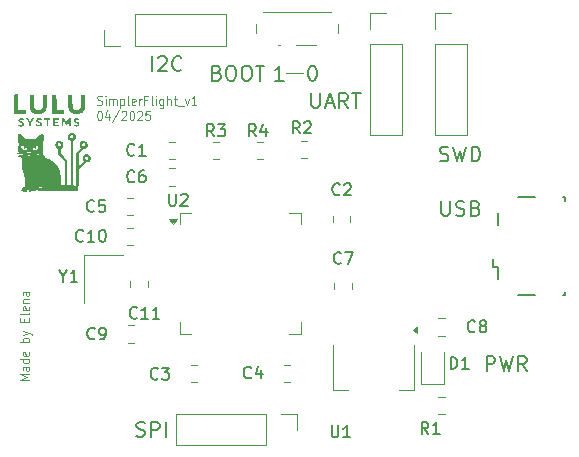
<source format=gbr>
%TF.GenerationSoftware,KiCad,Pcbnew,9.0.0*%
%TF.CreationDate,2025-04-21T09:04:46+10:00*%
%TF.ProjectId,SimplerFlight_v1,53696d70-6c65-4724-966c-696768745f76,rev?*%
%TF.SameCoordinates,Original*%
%TF.FileFunction,Legend,Top*%
%TF.FilePolarity,Positive*%
%FSLAX46Y46*%
G04 Gerber Fmt 4.6, Leading zero omitted, Abs format (unit mm)*
G04 Created by KiCad (PCBNEW 9.0.0) date 2025-04-21 09:04:46*
%MOMM*%
%LPD*%
G01*
G04 APERTURE LIST*
%ADD10C,0.100000*%
%ADD11C,0.200000*%
%ADD12C,0.150000*%
%ADD13C,0.120000*%
%ADD14C,0.000000*%
G04 APERTURE END LIST*
D10*
X119875000Y-65300000D02*
X121325000Y-65300000D01*
D11*
X122029197Y-66986623D02*
X122029197Y-67998528D01*
X122029197Y-67998528D02*
X122088720Y-68117576D01*
X122088720Y-68117576D02*
X122148244Y-68177100D01*
X122148244Y-68177100D02*
X122267292Y-68236623D01*
X122267292Y-68236623D02*
X122505387Y-68236623D01*
X122505387Y-68236623D02*
X122624435Y-68177100D01*
X122624435Y-68177100D02*
X122683958Y-68117576D01*
X122683958Y-68117576D02*
X122743482Y-67998528D01*
X122743482Y-67998528D02*
X122743482Y-66986623D01*
X123279197Y-67879480D02*
X123874435Y-67879480D01*
X123160149Y-68236623D02*
X123576816Y-66986623D01*
X123576816Y-66986623D02*
X123993482Y-68236623D01*
X125124435Y-68236623D02*
X124707769Y-67641385D01*
X124410150Y-68236623D02*
X124410150Y-66986623D01*
X124410150Y-66986623D02*
X124886340Y-66986623D01*
X124886340Y-66986623D02*
X125005388Y-67046147D01*
X125005388Y-67046147D02*
X125064911Y-67105671D01*
X125064911Y-67105671D02*
X125124435Y-67224719D01*
X125124435Y-67224719D02*
X125124435Y-67403290D01*
X125124435Y-67403290D02*
X125064911Y-67522338D01*
X125064911Y-67522338D02*
X125005388Y-67581861D01*
X125005388Y-67581861D02*
X124886340Y-67641385D01*
X124886340Y-67641385D02*
X124410150Y-67641385D01*
X125481578Y-66986623D02*
X126195864Y-66986623D01*
X125838721Y-68236623D02*
X125838721Y-66986623D01*
X108529197Y-65136623D02*
X108529197Y-63886623D01*
X109064911Y-64005671D02*
X109124435Y-63946147D01*
X109124435Y-63946147D02*
X109243482Y-63886623D01*
X109243482Y-63886623D02*
X109541101Y-63886623D01*
X109541101Y-63886623D02*
X109660149Y-63946147D01*
X109660149Y-63946147D02*
X109719673Y-64005671D01*
X109719673Y-64005671D02*
X109779196Y-64124719D01*
X109779196Y-64124719D02*
X109779196Y-64243766D01*
X109779196Y-64243766D02*
X109719673Y-64422338D01*
X109719673Y-64422338D02*
X109005387Y-65136623D01*
X109005387Y-65136623D02*
X109779196Y-65136623D01*
X111029196Y-65017576D02*
X110969672Y-65077100D01*
X110969672Y-65077100D02*
X110791101Y-65136623D01*
X110791101Y-65136623D02*
X110672053Y-65136623D01*
X110672053Y-65136623D02*
X110493482Y-65077100D01*
X110493482Y-65077100D02*
X110374434Y-64958052D01*
X110374434Y-64958052D02*
X110314911Y-64839004D01*
X110314911Y-64839004D02*
X110255387Y-64600909D01*
X110255387Y-64600909D02*
X110255387Y-64422338D01*
X110255387Y-64422338D02*
X110314911Y-64184242D01*
X110314911Y-64184242D02*
X110374434Y-64065195D01*
X110374434Y-64065195D02*
X110493482Y-63946147D01*
X110493482Y-63946147D02*
X110672053Y-63886623D01*
X110672053Y-63886623D02*
X110791101Y-63886623D01*
X110791101Y-63886623D02*
X110969672Y-63946147D01*
X110969672Y-63946147D02*
X111029196Y-64005671D01*
X132919673Y-72727100D02*
X133098244Y-72786623D01*
X133098244Y-72786623D02*
X133395863Y-72786623D01*
X133395863Y-72786623D02*
X133514911Y-72727100D01*
X133514911Y-72727100D02*
X133574435Y-72667576D01*
X133574435Y-72667576D02*
X133633958Y-72548528D01*
X133633958Y-72548528D02*
X133633958Y-72429480D01*
X133633958Y-72429480D02*
X133574435Y-72310433D01*
X133574435Y-72310433D02*
X133514911Y-72250909D01*
X133514911Y-72250909D02*
X133395863Y-72191385D01*
X133395863Y-72191385D02*
X133157768Y-72131861D01*
X133157768Y-72131861D02*
X133038720Y-72072338D01*
X133038720Y-72072338D02*
X132979197Y-72012814D01*
X132979197Y-72012814D02*
X132919673Y-71893766D01*
X132919673Y-71893766D02*
X132919673Y-71774719D01*
X132919673Y-71774719D02*
X132979197Y-71655671D01*
X132979197Y-71655671D02*
X133038720Y-71596147D01*
X133038720Y-71596147D02*
X133157768Y-71536623D01*
X133157768Y-71536623D02*
X133455387Y-71536623D01*
X133455387Y-71536623D02*
X133633958Y-71596147D01*
X134050625Y-71536623D02*
X134348244Y-72786623D01*
X134348244Y-72786623D02*
X134586339Y-71893766D01*
X134586339Y-71893766D02*
X134824434Y-72786623D01*
X134824434Y-72786623D02*
X135122054Y-71536623D01*
X135598244Y-72786623D02*
X135598244Y-71536623D01*
X135598244Y-71536623D02*
X135895863Y-71536623D01*
X135895863Y-71536623D02*
X136074434Y-71596147D01*
X136074434Y-71596147D02*
X136193482Y-71715195D01*
X136193482Y-71715195D02*
X136253005Y-71834242D01*
X136253005Y-71834242D02*
X136312529Y-72072338D01*
X136312529Y-72072338D02*
X136312529Y-72250909D01*
X136312529Y-72250909D02*
X136253005Y-72489004D01*
X136253005Y-72489004D02*
X136193482Y-72608052D01*
X136193482Y-72608052D02*
X136074434Y-72727100D01*
X136074434Y-72727100D02*
X135895863Y-72786623D01*
X135895863Y-72786623D02*
X135598244Y-72786623D01*
D10*
X103899122Y-67970845D02*
X103999122Y-68008940D01*
X103999122Y-68008940D02*
X104165789Y-68008940D01*
X104165789Y-68008940D02*
X104232455Y-67970845D01*
X104232455Y-67970845D02*
X104265789Y-67932749D01*
X104265789Y-67932749D02*
X104299122Y-67856559D01*
X104299122Y-67856559D02*
X104299122Y-67780368D01*
X104299122Y-67780368D02*
X104265789Y-67704178D01*
X104265789Y-67704178D02*
X104232455Y-67666083D01*
X104232455Y-67666083D02*
X104165789Y-67627987D01*
X104165789Y-67627987D02*
X104032455Y-67589892D01*
X104032455Y-67589892D02*
X103965789Y-67551797D01*
X103965789Y-67551797D02*
X103932455Y-67513702D01*
X103932455Y-67513702D02*
X103899122Y-67437511D01*
X103899122Y-67437511D02*
X103899122Y-67361321D01*
X103899122Y-67361321D02*
X103932455Y-67285130D01*
X103932455Y-67285130D02*
X103965789Y-67247035D01*
X103965789Y-67247035D02*
X104032455Y-67208940D01*
X104032455Y-67208940D02*
X104199122Y-67208940D01*
X104199122Y-67208940D02*
X104299122Y-67247035D01*
X104599122Y-68008940D02*
X104599122Y-67475606D01*
X104599122Y-67208940D02*
X104565789Y-67247035D01*
X104565789Y-67247035D02*
X104599122Y-67285130D01*
X104599122Y-67285130D02*
X104632456Y-67247035D01*
X104632456Y-67247035D02*
X104599122Y-67208940D01*
X104599122Y-67208940D02*
X104599122Y-67285130D01*
X104932455Y-68008940D02*
X104932455Y-67475606D01*
X104932455Y-67551797D02*
X104965789Y-67513702D01*
X104965789Y-67513702D02*
X105032455Y-67475606D01*
X105032455Y-67475606D02*
X105132455Y-67475606D01*
X105132455Y-67475606D02*
X105199122Y-67513702D01*
X105199122Y-67513702D02*
X105232455Y-67589892D01*
X105232455Y-67589892D02*
X105232455Y-68008940D01*
X105232455Y-67589892D02*
X105265789Y-67513702D01*
X105265789Y-67513702D02*
X105332455Y-67475606D01*
X105332455Y-67475606D02*
X105432455Y-67475606D01*
X105432455Y-67475606D02*
X105499122Y-67513702D01*
X105499122Y-67513702D02*
X105532455Y-67589892D01*
X105532455Y-67589892D02*
X105532455Y-68008940D01*
X105865788Y-67475606D02*
X105865788Y-68275606D01*
X105865788Y-67513702D02*
X105932455Y-67475606D01*
X105932455Y-67475606D02*
X106065788Y-67475606D01*
X106065788Y-67475606D02*
X106132455Y-67513702D01*
X106132455Y-67513702D02*
X106165788Y-67551797D01*
X106165788Y-67551797D02*
X106199122Y-67627987D01*
X106199122Y-67627987D02*
X106199122Y-67856559D01*
X106199122Y-67856559D02*
X106165788Y-67932749D01*
X106165788Y-67932749D02*
X106132455Y-67970845D01*
X106132455Y-67970845D02*
X106065788Y-68008940D01*
X106065788Y-68008940D02*
X105932455Y-68008940D01*
X105932455Y-68008940D02*
X105865788Y-67970845D01*
X106599121Y-68008940D02*
X106532455Y-67970845D01*
X106532455Y-67970845D02*
X106499121Y-67894654D01*
X106499121Y-67894654D02*
X106499121Y-67208940D01*
X107132455Y-67970845D02*
X107065788Y-68008940D01*
X107065788Y-68008940D02*
X106932455Y-68008940D01*
X106932455Y-68008940D02*
X106865788Y-67970845D01*
X106865788Y-67970845D02*
X106832455Y-67894654D01*
X106832455Y-67894654D02*
X106832455Y-67589892D01*
X106832455Y-67589892D02*
X106865788Y-67513702D01*
X106865788Y-67513702D02*
X106932455Y-67475606D01*
X106932455Y-67475606D02*
X107065788Y-67475606D01*
X107065788Y-67475606D02*
X107132455Y-67513702D01*
X107132455Y-67513702D02*
X107165788Y-67589892D01*
X107165788Y-67589892D02*
X107165788Y-67666083D01*
X107165788Y-67666083D02*
X106832455Y-67742273D01*
X107465788Y-68008940D02*
X107465788Y-67475606D01*
X107465788Y-67627987D02*
X107499122Y-67551797D01*
X107499122Y-67551797D02*
X107532455Y-67513702D01*
X107532455Y-67513702D02*
X107599122Y-67475606D01*
X107599122Y-67475606D02*
X107665788Y-67475606D01*
X108132455Y-67589892D02*
X107899121Y-67589892D01*
X107899121Y-68008940D02*
X107899121Y-67208940D01*
X107899121Y-67208940D02*
X108232455Y-67208940D01*
X108599121Y-68008940D02*
X108532455Y-67970845D01*
X108532455Y-67970845D02*
X108499121Y-67894654D01*
X108499121Y-67894654D02*
X108499121Y-67208940D01*
X108865788Y-68008940D02*
X108865788Y-67475606D01*
X108865788Y-67208940D02*
X108832455Y-67247035D01*
X108832455Y-67247035D02*
X108865788Y-67285130D01*
X108865788Y-67285130D02*
X108899122Y-67247035D01*
X108899122Y-67247035D02*
X108865788Y-67208940D01*
X108865788Y-67208940D02*
X108865788Y-67285130D01*
X109499121Y-67475606D02*
X109499121Y-68123225D01*
X109499121Y-68123225D02*
X109465788Y-68199416D01*
X109465788Y-68199416D02*
X109432455Y-68237511D01*
X109432455Y-68237511D02*
X109365788Y-68275606D01*
X109365788Y-68275606D02*
X109265788Y-68275606D01*
X109265788Y-68275606D02*
X109199121Y-68237511D01*
X109499121Y-67970845D02*
X109432455Y-68008940D01*
X109432455Y-68008940D02*
X109299121Y-68008940D01*
X109299121Y-68008940D02*
X109232455Y-67970845D01*
X109232455Y-67970845D02*
X109199121Y-67932749D01*
X109199121Y-67932749D02*
X109165788Y-67856559D01*
X109165788Y-67856559D02*
X109165788Y-67627987D01*
X109165788Y-67627987D02*
X109199121Y-67551797D01*
X109199121Y-67551797D02*
X109232455Y-67513702D01*
X109232455Y-67513702D02*
X109299121Y-67475606D01*
X109299121Y-67475606D02*
X109432455Y-67475606D01*
X109432455Y-67475606D02*
X109499121Y-67513702D01*
X109832454Y-68008940D02*
X109832454Y-67208940D01*
X110132454Y-68008940D02*
X110132454Y-67589892D01*
X110132454Y-67589892D02*
X110099121Y-67513702D01*
X110099121Y-67513702D02*
X110032454Y-67475606D01*
X110032454Y-67475606D02*
X109932454Y-67475606D01*
X109932454Y-67475606D02*
X109865788Y-67513702D01*
X109865788Y-67513702D02*
X109832454Y-67551797D01*
X110365787Y-67475606D02*
X110632454Y-67475606D01*
X110465787Y-67208940D02*
X110465787Y-67894654D01*
X110465787Y-67894654D02*
X110499121Y-67970845D01*
X110499121Y-67970845D02*
X110565787Y-68008940D01*
X110565787Y-68008940D02*
X110632454Y-68008940D01*
X110699121Y-68085130D02*
X111232454Y-68085130D01*
X111332454Y-67475606D02*
X111499120Y-68008940D01*
X111499120Y-68008940D02*
X111665787Y-67475606D01*
X112299120Y-68008940D02*
X111899120Y-68008940D01*
X112099120Y-68008940D02*
X112099120Y-67208940D01*
X112099120Y-67208940D02*
X112032453Y-67323225D01*
X112032453Y-67323225D02*
X111965787Y-67399416D01*
X111965787Y-67399416D02*
X111899120Y-67437511D01*
X104065789Y-68496895D02*
X104132455Y-68496895D01*
X104132455Y-68496895D02*
X104199122Y-68534990D01*
X104199122Y-68534990D02*
X104232455Y-68573085D01*
X104232455Y-68573085D02*
X104265789Y-68649276D01*
X104265789Y-68649276D02*
X104299122Y-68801657D01*
X104299122Y-68801657D02*
X104299122Y-68992133D01*
X104299122Y-68992133D02*
X104265789Y-69144514D01*
X104265789Y-69144514D02*
X104232455Y-69220704D01*
X104232455Y-69220704D02*
X104199122Y-69258800D01*
X104199122Y-69258800D02*
X104132455Y-69296895D01*
X104132455Y-69296895D02*
X104065789Y-69296895D01*
X104065789Y-69296895D02*
X103999122Y-69258800D01*
X103999122Y-69258800D02*
X103965789Y-69220704D01*
X103965789Y-69220704D02*
X103932455Y-69144514D01*
X103932455Y-69144514D02*
X103899122Y-68992133D01*
X103899122Y-68992133D02*
X103899122Y-68801657D01*
X103899122Y-68801657D02*
X103932455Y-68649276D01*
X103932455Y-68649276D02*
X103965789Y-68573085D01*
X103965789Y-68573085D02*
X103999122Y-68534990D01*
X103999122Y-68534990D02*
X104065789Y-68496895D01*
X104899122Y-68763561D02*
X104899122Y-69296895D01*
X104732456Y-68458800D02*
X104565789Y-69030228D01*
X104565789Y-69030228D02*
X104999122Y-69030228D01*
X105765789Y-68458800D02*
X105165789Y-69487371D01*
X105965789Y-68573085D02*
X105999122Y-68534990D01*
X105999122Y-68534990D02*
X106065789Y-68496895D01*
X106065789Y-68496895D02*
X106232456Y-68496895D01*
X106232456Y-68496895D02*
X106299122Y-68534990D01*
X106299122Y-68534990D02*
X106332456Y-68573085D01*
X106332456Y-68573085D02*
X106365789Y-68649276D01*
X106365789Y-68649276D02*
X106365789Y-68725466D01*
X106365789Y-68725466D02*
X106332456Y-68839752D01*
X106332456Y-68839752D02*
X105932456Y-69296895D01*
X105932456Y-69296895D02*
X106365789Y-69296895D01*
X106799123Y-68496895D02*
X106865789Y-68496895D01*
X106865789Y-68496895D02*
X106932456Y-68534990D01*
X106932456Y-68534990D02*
X106965789Y-68573085D01*
X106965789Y-68573085D02*
X106999123Y-68649276D01*
X106999123Y-68649276D02*
X107032456Y-68801657D01*
X107032456Y-68801657D02*
X107032456Y-68992133D01*
X107032456Y-68992133D02*
X106999123Y-69144514D01*
X106999123Y-69144514D02*
X106965789Y-69220704D01*
X106965789Y-69220704D02*
X106932456Y-69258800D01*
X106932456Y-69258800D02*
X106865789Y-69296895D01*
X106865789Y-69296895D02*
X106799123Y-69296895D01*
X106799123Y-69296895D02*
X106732456Y-69258800D01*
X106732456Y-69258800D02*
X106699123Y-69220704D01*
X106699123Y-69220704D02*
X106665789Y-69144514D01*
X106665789Y-69144514D02*
X106632456Y-68992133D01*
X106632456Y-68992133D02*
X106632456Y-68801657D01*
X106632456Y-68801657D02*
X106665789Y-68649276D01*
X106665789Y-68649276D02*
X106699123Y-68573085D01*
X106699123Y-68573085D02*
X106732456Y-68534990D01*
X106732456Y-68534990D02*
X106799123Y-68496895D01*
X107299123Y-68573085D02*
X107332456Y-68534990D01*
X107332456Y-68534990D02*
X107399123Y-68496895D01*
X107399123Y-68496895D02*
X107565790Y-68496895D01*
X107565790Y-68496895D02*
X107632456Y-68534990D01*
X107632456Y-68534990D02*
X107665790Y-68573085D01*
X107665790Y-68573085D02*
X107699123Y-68649276D01*
X107699123Y-68649276D02*
X107699123Y-68725466D01*
X107699123Y-68725466D02*
X107665790Y-68839752D01*
X107665790Y-68839752D02*
X107265790Y-69296895D01*
X107265790Y-69296895D02*
X107699123Y-69296895D01*
X108332457Y-68496895D02*
X107999123Y-68496895D01*
X107999123Y-68496895D02*
X107965790Y-68877847D01*
X107965790Y-68877847D02*
X107999123Y-68839752D01*
X107999123Y-68839752D02*
X108065790Y-68801657D01*
X108065790Y-68801657D02*
X108232457Y-68801657D01*
X108232457Y-68801657D02*
X108299123Y-68839752D01*
X108299123Y-68839752D02*
X108332457Y-68877847D01*
X108332457Y-68877847D02*
X108365790Y-68954038D01*
X108365790Y-68954038D02*
X108365790Y-69144514D01*
X108365790Y-69144514D02*
X108332457Y-69220704D01*
X108332457Y-69220704D02*
X108299123Y-69258800D01*
X108299123Y-69258800D02*
X108232457Y-69296895D01*
X108232457Y-69296895D02*
X108065790Y-69296895D01*
X108065790Y-69296895D02*
X107999123Y-69258800D01*
X107999123Y-69258800D02*
X107965790Y-69220704D01*
D11*
X122067292Y-64686623D02*
X122186339Y-64686623D01*
X122186339Y-64686623D02*
X122305387Y-64746147D01*
X122305387Y-64746147D02*
X122364911Y-64805671D01*
X122364911Y-64805671D02*
X122424435Y-64924719D01*
X122424435Y-64924719D02*
X122483958Y-65162814D01*
X122483958Y-65162814D02*
X122483958Y-65460433D01*
X122483958Y-65460433D02*
X122424435Y-65698528D01*
X122424435Y-65698528D02*
X122364911Y-65817576D01*
X122364911Y-65817576D02*
X122305387Y-65877100D01*
X122305387Y-65877100D02*
X122186339Y-65936623D01*
X122186339Y-65936623D02*
X122067292Y-65936623D01*
X122067292Y-65936623D02*
X121948244Y-65877100D01*
X121948244Y-65877100D02*
X121888720Y-65817576D01*
X121888720Y-65817576D02*
X121829197Y-65698528D01*
X121829197Y-65698528D02*
X121769673Y-65460433D01*
X121769673Y-65460433D02*
X121769673Y-65162814D01*
X121769673Y-65162814D02*
X121829197Y-64924719D01*
X121829197Y-64924719D02*
X121888720Y-64805671D01*
X121888720Y-64805671D02*
X121948244Y-64746147D01*
X121948244Y-64746147D02*
X122067292Y-64686623D01*
X107219673Y-96027100D02*
X107398244Y-96086623D01*
X107398244Y-96086623D02*
X107695863Y-96086623D01*
X107695863Y-96086623D02*
X107814911Y-96027100D01*
X107814911Y-96027100D02*
X107874435Y-95967576D01*
X107874435Y-95967576D02*
X107933958Y-95848528D01*
X107933958Y-95848528D02*
X107933958Y-95729480D01*
X107933958Y-95729480D02*
X107874435Y-95610433D01*
X107874435Y-95610433D02*
X107814911Y-95550909D01*
X107814911Y-95550909D02*
X107695863Y-95491385D01*
X107695863Y-95491385D02*
X107457768Y-95431861D01*
X107457768Y-95431861D02*
X107338720Y-95372338D01*
X107338720Y-95372338D02*
X107279197Y-95312814D01*
X107279197Y-95312814D02*
X107219673Y-95193766D01*
X107219673Y-95193766D02*
X107219673Y-95074719D01*
X107219673Y-95074719D02*
X107279197Y-94955671D01*
X107279197Y-94955671D02*
X107338720Y-94896147D01*
X107338720Y-94896147D02*
X107457768Y-94836623D01*
X107457768Y-94836623D02*
X107755387Y-94836623D01*
X107755387Y-94836623D02*
X107933958Y-94896147D01*
X108469673Y-96086623D02*
X108469673Y-94836623D01*
X108469673Y-94836623D02*
X108945863Y-94836623D01*
X108945863Y-94836623D02*
X109064911Y-94896147D01*
X109064911Y-94896147D02*
X109124434Y-94955671D01*
X109124434Y-94955671D02*
X109183958Y-95074719D01*
X109183958Y-95074719D02*
X109183958Y-95253290D01*
X109183958Y-95253290D02*
X109124434Y-95372338D01*
X109124434Y-95372338D02*
X109064911Y-95431861D01*
X109064911Y-95431861D02*
X108945863Y-95491385D01*
X108945863Y-95491385D02*
X108469673Y-95491385D01*
X109719673Y-96086623D02*
X109719673Y-94836623D01*
D10*
X98146895Y-91267544D02*
X97346895Y-91267544D01*
X97346895Y-91267544D02*
X97918323Y-91034211D01*
X97918323Y-91034211D02*
X97346895Y-90800877D01*
X97346895Y-90800877D02*
X98146895Y-90800877D01*
X98146895Y-90167544D02*
X97727847Y-90167544D01*
X97727847Y-90167544D02*
X97651657Y-90200877D01*
X97651657Y-90200877D02*
X97613561Y-90267544D01*
X97613561Y-90267544D02*
X97613561Y-90400877D01*
X97613561Y-90400877D02*
X97651657Y-90467544D01*
X98108800Y-90167544D02*
X98146895Y-90234211D01*
X98146895Y-90234211D02*
X98146895Y-90400877D01*
X98146895Y-90400877D02*
X98108800Y-90467544D01*
X98108800Y-90467544D02*
X98032609Y-90500877D01*
X98032609Y-90500877D02*
X97956419Y-90500877D01*
X97956419Y-90500877D02*
X97880228Y-90467544D01*
X97880228Y-90467544D02*
X97842133Y-90400877D01*
X97842133Y-90400877D02*
X97842133Y-90234211D01*
X97842133Y-90234211D02*
X97804038Y-90167544D01*
X98146895Y-89534211D02*
X97346895Y-89534211D01*
X98108800Y-89534211D02*
X98146895Y-89600878D01*
X98146895Y-89600878D02*
X98146895Y-89734211D01*
X98146895Y-89734211D02*
X98108800Y-89800878D01*
X98108800Y-89800878D02*
X98070704Y-89834211D01*
X98070704Y-89834211D02*
X97994514Y-89867544D01*
X97994514Y-89867544D02*
X97765942Y-89867544D01*
X97765942Y-89867544D02*
X97689752Y-89834211D01*
X97689752Y-89834211D02*
X97651657Y-89800878D01*
X97651657Y-89800878D02*
X97613561Y-89734211D01*
X97613561Y-89734211D02*
X97613561Y-89600878D01*
X97613561Y-89600878D02*
X97651657Y-89534211D01*
X98108800Y-88934211D02*
X98146895Y-89000878D01*
X98146895Y-89000878D02*
X98146895Y-89134211D01*
X98146895Y-89134211D02*
X98108800Y-89200878D01*
X98108800Y-89200878D02*
X98032609Y-89234211D01*
X98032609Y-89234211D02*
X97727847Y-89234211D01*
X97727847Y-89234211D02*
X97651657Y-89200878D01*
X97651657Y-89200878D02*
X97613561Y-89134211D01*
X97613561Y-89134211D02*
X97613561Y-89000878D01*
X97613561Y-89000878D02*
X97651657Y-88934211D01*
X97651657Y-88934211D02*
X97727847Y-88900878D01*
X97727847Y-88900878D02*
X97804038Y-88900878D01*
X97804038Y-88900878D02*
X97880228Y-89234211D01*
X98146895Y-88067545D02*
X97346895Y-88067545D01*
X97651657Y-88067545D02*
X97613561Y-88000878D01*
X97613561Y-88000878D02*
X97613561Y-87867545D01*
X97613561Y-87867545D02*
X97651657Y-87800878D01*
X97651657Y-87800878D02*
X97689752Y-87767545D01*
X97689752Y-87767545D02*
X97765942Y-87734212D01*
X97765942Y-87734212D02*
X97994514Y-87734212D01*
X97994514Y-87734212D02*
X98070704Y-87767545D01*
X98070704Y-87767545D02*
X98108800Y-87800878D01*
X98108800Y-87800878D02*
X98146895Y-87867545D01*
X98146895Y-87867545D02*
X98146895Y-88000878D01*
X98146895Y-88000878D02*
X98108800Y-88067545D01*
X97613561Y-87500879D02*
X98146895Y-87334212D01*
X97613561Y-87167545D02*
X98146895Y-87334212D01*
X98146895Y-87334212D02*
X98337371Y-87400879D01*
X98337371Y-87400879D02*
X98375466Y-87434212D01*
X98375466Y-87434212D02*
X98413561Y-87500879D01*
X97727847Y-86367546D02*
X97727847Y-86134213D01*
X98146895Y-86034213D02*
X98146895Y-86367546D01*
X98146895Y-86367546D02*
X97346895Y-86367546D01*
X97346895Y-86367546D02*
X97346895Y-86034213D01*
X98146895Y-85634213D02*
X98108800Y-85700880D01*
X98108800Y-85700880D02*
X98032609Y-85734213D01*
X98032609Y-85734213D02*
X97346895Y-85734213D01*
X98108800Y-85100879D02*
X98146895Y-85167546D01*
X98146895Y-85167546D02*
X98146895Y-85300879D01*
X98146895Y-85300879D02*
X98108800Y-85367546D01*
X98108800Y-85367546D02*
X98032609Y-85400879D01*
X98032609Y-85400879D02*
X97727847Y-85400879D01*
X97727847Y-85400879D02*
X97651657Y-85367546D01*
X97651657Y-85367546D02*
X97613561Y-85300879D01*
X97613561Y-85300879D02*
X97613561Y-85167546D01*
X97613561Y-85167546D02*
X97651657Y-85100879D01*
X97651657Y-85100879D02*
X97727847Y-85067546D01*
X97727847Y-85067546D02*
X97804038Y-85067546D01*
X97804038Y-85067546D02*
X97880228Y-85400879D01*
X97613561Y-84767546D02*
X98146895Y-84767546D01*
X97689752Y-84767546D02*
X97651657Y-84734213D01*
X97651657Y-84734213D02*
X97613561Y-84667546D01*
X97613561Y-84667546D02*
X97613561Y-84567546D01*
X97613561Y-84567546D02*
X97651657Y-84500879D01*
X97651657Y-84500879D02*
X97727847Y-84467546D01*
X97727847Y-84467546D02*
X98146895Y-84467546D01*
X98146895Y-83834213D02*
X97727847Y-83834213D01*
X97727847Y-83834213D02*
X97651657Y-83867546D01*
X97651657Y-83867546D02*
X97613561Y-83934213D01*
X97613561Y-83934213D02*
X97613561Y-84067546D01*
X97613561Y-84067546D02*
X97651657Y-84134213D01*
X98108800Y-83834213D02*
X98146895Y-83900880D01*
X98146895Y-83900880D02*
X98146895Y-84067546D01*
X98146895Y-84067546D02*
X98108800Y-84134213D01*
X98108800Y-84134213D02*
X98032609Y-84167546D01*
X98032609Y-84167546D02*
X97956419Y-84167546D01*
X97956419Y-84167546D02*
X97880228Y-84134213D01*
X97880228Y-84134213D02*
X97842133Y-84067546D01*
X97842133Y-84067546D02*
X97842133Y-83900880D01*
X97842133Y-83900880D02*
X97804038Y-83834213D01*
D11*
X119683958Y-65936623D02*
X118969673Y-65936623D01*
X119326816Y-65936623D02*
X119326816Y-64686623D01*
X119326816Y-64686623D02*
X119207768Y-64865195D01*
X119207768Y-64865195D02*
X119088720Y-64984242D01*
X119088720Y-64984242D02*
X118969673Y-65043766D01*
X136879197Y-90524193D02*
X136879197Y-89274193D01*
X136879197Y-89274193D02*
X137355387Y-89274193D01*
X137355387Y-89274193D02*
X137474435Y-89333717D01*
X137474435Y-89333717D02*
X137533958Y-89393241D01*
X137533958Y-89393241D02*
X137593482Y-89512289D01*
X137593482Y-89512289D02*
X137593482Y-89690860D01*
X137593482Y-89690860D02*
X137533958Y-89809908D01*
X137533958Y-89809908D02*
X137474435Y-89869431D01*
X137474435Y-89869431D02*
X137355387Y-89928955D01*
X137355387Y-89928955D02*
X136879197Y-89928955D01*
X138010149Y-89274193D02*
X138307768Y-90524193D01*
X138307768Y-90524193D02*
X138545863Y-89631336D01*
X138545863Y-89631336D02*
X138783958Y-90524193D01*
X138783958Y-90524193D02*
X139081578Y-89274193D01*
X140272053Y-90524193D02*
X139855387Y-89928955D01*
X139557768Y-90524193D02*
X139557768Y-89274193D01*
X139557768Y-89274193D02*
X140033958Y-89274193D01*
X140033958Y-89274193D02*
X140153006Y-89333717D01*
X140153006Y-89333717D02*
X140212529Y-89393241D01*
X140212529Y-89393241D02*
X140272053Y-89512289D01*
X140272053Y-89512289D02*
X140272053Y-89690860D01*
X140272053Y-89690860D02*
X140212529Y-89809908D01*
X140212529Y-89809908D02*
X140153006Y-89869431D01*
X140153006Y-89869431D02*
X140033958Y-89928955D01*
X140033958Y-89928955D02*
X139557768Y-89928955D01*
X114045863Y-65281861D02*
X114224435Y-65341385D01*
X114224435Y-65341385D02*
X114283958Y-65400909D01*
X114283958Y-65400909D02*
X114343482Y-65519957D01*
X114343482Y-65519957D02*
X114343482Y-65698528D01*
X114343482Y-65698528D02*
X114283958Y-65817576D01*
X114283958Y-65817576D02*
X114224435Y-65877100D01*
X114224435Y-65877100D02*
X114105387Y-65936623D01*
X114105387Y-65936623D02*
X113629197Y-65936623D01*
X113629197Y-65936623D02*
X113629197Y-64686623D01*
X113629197Y-64686623D02*
X114045863Y-64686623D01*
X114045863Y-64686623D02*
X114164911Y-64746147D01*
X114164911Y-64746147D02*
X114224435Y-64805671D01*
X114224435Y-64805671D02*
X114283958Y-64924719D01*
X114283958Y-64924719D02*
X114283958Y-65043766D01*
X114283958Y-65043766D02*
X114224435Y-65162814D01*
X114224435Y-65162814D02*
X114164911Y-65222338D01*
X114164911Y-65222338D02*
X114045863Y-65281861D01*
X114045863Y-65281861D02*
X113629197Y-65281861D01*
X115117292Y-64686623D02*
X115355387Y-64686623D01*
X115355387Y-64686623D02*
X115474435Y-64746147D01*
X115474435Y-64746147D02*
X115593482Y-64865195D01*
X115593482Y-64865195D02*
X115653006Y-65103290D01*
X115653006Y-65103290D02*
X115653006Y-65519957D01*
X115653006Y-65519957D02*
X115593482Y-65758052D01*
X115593482Y-65758052D02*
X115474435Y-65877100D01*
X115474435Y-65877100D02*
X115355387Y-65936623D01*
X115355387Y-65936623D02*
X115117292Y-65936623D01*
X115117292Y-65936623D02*
X114998244Y-65877100D01*
X114998244Y-65877100D02*
X114879197Y-65758052D01*
X114879197Y-65758052D02*
X114819673Y-65519957D01*
X114819673Y-65519957D02*
X114819673Y-65103290D01*
X114819673Y-65103290D02*
X114879197Y-64865195D01*
X114879197Y-64865195D02*
X114998244Y-64746147D01*
X114998244Y-64746147D02*
X115117292Y-64686623D01*
X116426816Y-64686623D02*
X116664911Y-64686623D01*
X116664911Y-64686623D02*
X116783959Y-64746147D01*
X116783959Y-64746147D02*
X116903006Y-64865195D01*
X116903006Y-64865195D02*
X116962530Y-65103290D01*
X116962530Y-65103290D02*
X116962530Y-65519957D01*
X116962530Y-65519957D02*
X116903006Y-65758052D01*
X116903006Y-65758052D02*
X116783959Y-65877100D01*
X116783959Y-65877100D02*
X116664911Y-65936623D01*
X116664911Y-65936623D02*
X116426816Y-65936623D01*
X116426816Y-65936623D02*
X116307768Y-65877100D01*
X116307768Y-65877100D02*
X116188721Y-65758052D01*
X116188721Y-65758052D02*
X116129197Y-65519957D01*
X116129197Y-65519957D02*
X116129197Y-65103290D01*
X116129197Y-65103290D02*
X116188721Y-64865195D01*
X116188721Y-64865195D02*
X116307768Y-64746147D01*
X116307768Y-64746147D02*
X116426816Y-64686623D01*
X117319673Y-64686623D02*
X118033959Y-64686623D01*
X117676816Y-65936623D02*
X117676816Y-64686623D01*
X133029197Y-76136623D02*
X133029197Y-77148528D01*
X133029197Y-77148528D02*
X133088720Y-77267576D01*
X133088720Y-77267576D02*
X133148244Y-77327100D01*
X133148244Y-77327100D02*
X133267292Y-77386623D01*
X133267292Y-77386623D02*
X133505387Y-77386623D01*
X133505387Y-77386623D02*
X133624435Y-77327100D01*
X133624435Y-77327100D02*
X133683958Y-77267576D01*
X133683958Y-77267576D02*
X133743482Y-77148528D01*
X133743482Y-77148528D02*
X133743482Y-76136623D01*
X134279197Y-77327100D02*
X134457768Y-77386623D01*
X134457768Y-77386623D02*
X134755387Y-77386623D01*
X134755387Y-77386623D02*
X134874435Y-77327100D01*
X134874435Y-77327100D02*
X134933959Y-77267576D01*
X134933959Y-77267576D02*
X134993482Y-77148528D01*
X134993482Y-77148528D02*
X134993482Y-77029480D01*
X134993482Y-77029480D02*
X134933959Y-76910433D01*
X134933959Y-76910433D02*
X134874435Y-76850909D01*
X134874435Y-76850909D02*
X134755387Y-76791385D01*
X134755387Y-76791385D02*
X134517292Y-76731861D01*
X134517292Y-76731861D02*
X134398244Y-76672338D01*
X134398244Y-76672338D02*
X134338721Y-76612814D01*
X134338721Y-76612814D02*
X134279197Y-76493766D01*
X134279197Y-76493766D02*
X134279197Y-76374719D01*
X134279197Y-76374719D02*
X134338721Y-76255671D01*
X134338721Y-76255671D02*
X134398244Y-76196147D01*
X134398244Y-76196147D02*
X134517292Y-76136623D01*
X134517292Y-76136623D02*
X134814911Y-76136623D01*
X134814911Y-76136623D02*
X134993482Y-76196147D01*
X135945863Y-76731861D02*
X136124435Y-76791385D01*
X136124435Y-76791385D02*
X136183958Y-76850909D01*
X136183958Y-76850909D02*
X136243482Y-76969957D01*
X136243482Y-76969957D02*
X136243482Y-77148528D01*
X136243482Y-77148528D02*
X136183958Y-77267576D01*
X136183958Y-77267576D02*
X136124435Y-77327100D01*
X136124435Y-77327100D02*
X136005387Y-77386623D01*
X136005387Y-77386623D02*
X135529197Y-77386623D01*
X135529197Y-77386623D02*
X135529197Y-76136623D01*
X135529197Y-76136623D02*
X135945863Y-76136623D01*
X135945863Y-76136623D02*
X136064911Y-76196147D01*
X136064911Y-76196147D02*
X136124435Y-76255671D01*
X136124435Y-76255671D02*
X136183958Y-76374719D01*
X136183958Y-76374719D02*
X136183958Y-76493766D01*
X136183958Y-76493766D02*
X136124435Y-76612814D01*
X136124435Y-76612814D02*
X136064911Y-76672338D01*
X136064911Y-76672338D02*
X135945863Y-76731861D01*
X135945863Y-76731861D02*
X135529197Y-76731861D01*
D12*
X107257142Y-86009580D02*
X107209523Y-86057200D01*
X107209523Y-86057200D02*
X107066666Y-86104819D01*
X107066666Y-86104819D02*
X106971428Y-86104819D01*
X106971428Y-86104819D02*
X106828571Y-86057200D01*
X106828571Y-86057200D02*
X106733333Y-85961961D01*
X106733333Y-85961961D02*
X106685714Y-85866723D01*
X106685714Y-85866723D02*
X106638095Y-85676247D01*
X106638095Y-85676247D02*
X106638095Y-85533390D01*
X106638095Y-85533390D02*
X106685714Y-85342914D01*
X106685714Y-85342914D02*
X106733333Y-85247676D01*
X106733333Y-85247676D02*
X106828571Y-85152438D01*
X106828571Y-85152438D02*
X106971428Y-85104819D01*
X106971428Y-85104819D02*
X107066666Y-85104819D01*
X107066666Y-85104819D02*
X107209523Y-85152438D01*
X107209523Y-85152438D02*
X107257142Y-85200057D01*
X108209523Y-86104819D02*
X107638095Y-86104819D01*
X107923809Y-86104819D02*
X107923809Y-85104819D01*
X107923809Y-85104819D02*
X107828571Y-85247676D01*
X107828571Y-85247676D02*
X107733333Y-85342914D01*
X107733333Y-85342914D02*
X107638095Y-85390533D01*
X109161904Y-86104819D02*
X108590476Y-86104819D01*
X108876190Y-86104819D02*
X108876190Y-85104819D01*
X108876190Y-85104819D02*
X108780952Y-85247676D01*
X108780952Y-85247676D02*
X108685714Y-85342914D01*
X108685714Y-85342914D02*
X108590476Y-85390533D01*
X107033333Y-74459580D02*
X106985714Y-74507200D01*
X106985714Y-74507200D02*
X106842857Y-74554819D01*
X106842857Y-74554819D02*
X106747619Y-74554819D01*
X106747619Y-74554819D02*
X106604762Y-74507200D01*
X106604762Y-74507200D02*
X106509524Y-74411961D01*
X106509524Y-74411961D02*
X106461905Y-74316723D01*
X106461905Y-74316723D02*
X106414286Y-74126247D01*
X106414286Y-74126247D02*
X106414286Y-73983390D01*
X106414286Y-73983390D02*
X106461905Y-73792914D01*
X106461905Y-73792914D02*
X106509524Y-73697676D01*
X106509524Y-73697676D02*
X106604762Y-73602438D01*
X106604762Y-73602438D02*
X106747619Y-73554819D01*
X106747619Y-73554819D02*
X106842857Y-73554819D01*
X106842857Y-73554819D02*
X106985714Y-73602438D01*
X106985714Y-73602438D02*
X107033333Y-73650057D01*
X107890476Y-73554819D02*
X107700000Y-73554819D01*
X107700000Y-73554819D02*
X107604762Y-73602438D01*
X107604762Y-73602438D02*
X107557143Y-73650057D01*
X107557143Y-73650057D02*
X107461905Y-73792914D01*
X107461905Y-73792914D02*
X107414286Y-73983390D01*
X107414286Y-73983390D02*
X107414286Y-74364342D01*
X107414286Y-74364342D02*
X107461905Y-74459580D01*
X107461905Y-74459580D02*
X107509524Y-74507200D01*
X107509524Y-74507200D02*
X107604762Y-74554819D01*
X107604762Y-74554819D02*
X107795238Y-74554819D01*
X107795238Y-74554819D02*
X107890476Y-74507200D01*
X107890476Y-74507200D02*
X107938095Y-74459580D01*
X107938095Y-74459580D02*
X107985714Y-74364342D01*
X107985714Y-74364342D02*
X107985714Y-74126247D01*
X107985714Y-74126247D02*
X107938095Y-74031009D01*
X107938095Y-74031009D02*
X107890476Y-73983390D01*
X107890476Y-73983390D02*
X107795238Y-73935771D01*
X107795238Y-73935771D02*
X107604762Y-73935771D01*
X107604762Y-73935771D02*
X107509524Y-73983390D01*
X107509524Y-73983390D02*
X107461905Y-74031009D01*
X107461905Y-74031009D02*
X107414286Y-74126247D01*
X107033333Y-72209580D02*
X106985714Y-72257200D01*
X106985714Y-72257200D02*
X106842857Y-72304819D01*
X106842857Y-72304819D02*
X106747619Y-72304819D01*
X106747619Y-72304819D02*
X106604762Y-72257200D01*
X106604762Y-72257200D02*
X106509524Y-72161961D01*
X106509524Y-72161961D02*
X106461905Y-72066723D01*
X106461905Y-72066723D02*
X106414286Y-71876247D01*
X106414286Y-71876247D02*
X106414286Y-71733390D01*
X106414286Y-71733390D02*
X106461905Y-71542914D01*
X106461905Y-71542914D02*
X106509524Y-71447676D01*
X106509524Y-71447676D02*
X106604762Y-71352438D01*
X106604762Y-71352438D02*
X106747619Y-71304819D01*
X106747619Y-71304819D02*
X106842857Y-71304819D01*
X106842857Y-71304819D02*
X106985714Y-71352438D01*
X106985714Y-71352438D02*
X107033333Y-71400057D01*
X107985714Y-72304819D02*
X107414286Y-72304819D01*
X107700000Y-72304819D02*
X107700000Y-71304819D01*
X107700000Y-71304819D02*
X107604762Y-71447676D01*
X107604762Y-71447676D02*
X107509524Y-71542914D01*
X107509524Y-71542914D02*
X107414286Y-71590533D01*
X109988095Y-75529819D02*
X109988095Y-76339342D01*
X109988095Y-76339342D02*
X110035714Y-76434580D01*
X110035714Y-76434580D02*
X110083333Y-76482200D01*
X110083333Y-76482200D02*
X110178571Y-76529819D01*
X110178571Y-76529819D02*
X110369047Y-76529819D01*
X110369047Y-76529819D02*
X110464285Y-76482200D01*
X110464285Y-76482200D02*
X110511904Y-76434580D01*
X110511904Y-76434580D02*
X110559523Y-76339342D01*
X110559523Y-76339342D02*
X110559523Y-75529819D01*
X110988095Y-75625057D02*
X111035714Y-75577438D01*
X111035714Y-75577438D02*
X111130952Y-75529819D01*
X111130952Y-75529819D02*
X111369047Y-75529819D01*
X111369047Y-75529819D02*
X111464285Y-75577438D01*
X111464285Y-75577438D02*
X111511904Y-75625057D01*
X111511904Y-75625057D02*
X111559523Y-75720295D01*
X111559523Y-75720295D02*
X111559523Y-75815533D01*
X111559523Y-75815533D02*
X111511904Y-75958390D01*
X111511904Y-75958390D02*
X110940476Y-76529819D01*
X110940476Y-76529819D02*
X111559523Y-76529819D01*
X123738095Y-95129819D02*
X123738095Y-95939342D01*
X123738095Y-95939342D02*
X123785714Y-96034580D01*
X123785714Y-96034580D02*
X123833333Y-96082200D01*
X123833333Y-96082200D02*
X123928571Y-96129819D01*
X123928571Y-96129819D02*
X124119047Y-96129819D01*
X124119047Y-96129819D02*
X124214285Y-96082200D01*
X124214285Y-96082200D02*
X124261904Y-96034580D01*
X124261904Y-96034580D02*
X124309523Y-95939342D01*
X124309523Y-95939342D02*
X124309523Y-95129819D01*
X125309523Y-96129819D02*
X124738095Y-96129819D01*
X125023809Y-96129819D02*
X125023809Y-95129819D01*
X125023809Y-95129819D02*
X124928571Y-95272676D01*
X124928571Y-95272676D02*
X124833333Y-95367914D01*
X124833333Y-95367914D02*
X124738095Y-95415533D01*
X113783333Y-70654819D02*
X113450000Y-70178628D01*
X113211905Y-70654819D02*
X113211905Y-69654819D01*
X113211905Y-69654819D02*
X113592857Y-69654819D01*
X113592857Y-69654819D02*
X113688095Y-69702438D01*
X113688095Y-69702438D02*
X113735714Y-69750057D01*
X113735714Y-69750057D02*
X113783333Y-69845295D01*
X113783333Y-69845295D02*
X113783333Y-69988152D01*
X113783333Y-69988152D02*
X113735714Y-70083390D01*
X113735714Y-70083390D02*
X113688095Y-70131009D01*
X113688095Y-70131009D02*
X113592857Y-70178628D01*
X113592857Y-70178628D02*
X113211905Y-70178628D01*
X114116667Y-69654819D02*
X114735714Y-69654819D01*
X114735714Y-69654819D02*
X114402381Y-70035771D01*
X114402381Y-70035771D02*
X114545238Y-70035771D01*
X114545238Y-70035771D02*
X114640476Y-70083390D01*
X114640476Y-70083390D02*
X114688095Y-70131009D01*
X114688095Y-70131009D02*
X114735714Y-70226247D01*
X114735714Y-70226247D02*
X114735714Y-70464342D01*
X114735714Y-70464342D02*
X114688095Y-70559580D01*
X114688095Y-70559580D02*
X114640476Y-70607200D01*
X114640476Y-70607200D02*
X114545238Y-70654819D01*
X114545238Y-70654819D02*
X114259524Y-70654819D01*
X114259524Y-70654819D02*
X114164286Y-70607200D01*
X114164286Y-70607200D02*
X114116667Y-70559580D01*
X103633333Y-76959580D02*
X103585714Y-77007200D01*
X103585714Y-77007200D02*
X103442857Y-77054819D01*
X103442857Y-77054819D02*
X103347619Y-77054819D01*
X103347619Y-77054819D02*
X103204762Y-77007200D01*
X103204762Y-77007200D02*
X103109524Y-76911961D01*
X103109524Y-76911961D02*
X103061905Y-76816723D01*
X103061905Y-76816723D02*
X103014286Y-76626247D01*
X103014286Y-76626247D02*
X103014286Y-76483390D01*
X103014286Y-76483390D02*
X103061905Y-76292914D01*
X103061905Y-76292914D02*
X103109524Y-76197676D01*
X103109524Y-76197676D02*
X103204762Y-76102438D01*
X103204762Y-76102438D02*
X103347619Y-76054819D01*
X103347619Y-76054819D02*
X103442857Y-76054819D01*
X103442857Y-76054819D02*
X103585714Y-76102438D01*
X103585714Y-76102438D02*
X103633333Y-76150057D01*
X104538095Y-76054819D02*
X104061905Y-76054819D01*
X104061905Y-76054819D02*
X104014286Y-76531009D01*
X104014286Y-76531009D02*
X104061905Y-76483390D01*
X104061905Y-76483390D02*
X104157143Y-76435771D01*
X104157143Y-76435771D02*
X104395238Y-76435771D01*
X104395238Y-76435771D02*
X104490476Y-76483390D01*
X104490476Y-76483390D02*
X104538095Y-76531009D01*
X104538095Y-76531009D02*
X104585714Y-76626247D01*
X104585714Y-76626247D02*
X104585714Y-76864342D01*
X104585714Y-76864342D02*
X104538095Y-76959580D01*
X104538095Y-76959580D02*
X104490476Y-77007200D01*
X104490476Y-77007200D02*
X104395238Y-77054819D01*
X104395238Y-77054819D02*
X104157143Y-77054819D01*
X104157143Y-77054819D02*
X104061905Y-77007200D01*
X104061905Y-77007200D02*
X104014286Y-76959580D01*
X133811905Y-90354819D02*
X133811905Y-89354819D01*
X133811905Y-89354819D02*
X134050000Y-89354819D01*
X134050000Y-89354819D02*
X134192857Y-89402438D01*
X134192857Y-89402438D02*
X134288095Y-89497676D01*
X134288095Y-89497676D02*
X134335714Y-89592914D01*
X134335714Y-89592914D02*
X134383333Y-89783390D01*
X134383333Y-89783390D02*
X134383333Y-89926247D01*
X134383333Y-89926247D02*
X134335714Y-90116723D01*
X134335714Y-90116723D02*
X134288095Y-90211961D01*
X134288095Y-90211961D02*
X134192857Y-90307200D01*
X134192857Y-90307200D02*
X134050000Y-90354819D01*
X134050000Y-90354819D02*
X133811905Y-90354819D01*
X135335714Y-90354819D02*
X134764286Y-90354819D01*
X135050000Y-90354819D02*
X135050000Y-89354819D01*
X135050000Y-89354819D02*
X134954762Y-89497676D01*
X134954762Y-89497676D02*
X134859524Y-89592914D01*
X134859524Y-89592914D02*
X134764286Y-89640533D01*
X135883333Y-87159580D02*
X135835714Y-87207200D01*
X135835714Y-87207200D02*
X135692857Y-87254819D01*
X135692857Y-87254819D02*
X135597619Y-87254819D01*
X135597619Y-87254819D02*
X135454762Y-87207200D01*
X135454762Y-87207200D02*
X135359524Y-87111961D01*
X135359524Y-87111961D02*
X135311905Y-87016723D01*
X135311905Y-87016723D02*
X135264286Y-86826247D01*
X135264286Y-86826247D02*
X135264286Y-86683390D01*
X135264286Y-86683390D02*
X135311905Y-86492914D01*
X135311905Y-86492914D02*
X135359524Y-86397676D01*
X135359524Y-86397676D02*
X135454762Y-86302438D01*
X135454762Y-86302438D02*
X135597619Y-86254819D01*
X135597619Y-86254819D02*
X135692857Y-86254819D01*
X135692857Y-86254819D02*
X135835714Y-86302438D01*
X135835714Y-86302438D02*
X135883333Y-86350057D01*
X136454762Y-86683390D02*
X136359524Y-86635771D01*
X136359524Y-86635771D02*
X136311905Y-86588152D01*
X136311905Y-86588152D02*
X136264286Y-86492914D01*
X136264286Y-86492914D02*
X136264286Y-86445295D01*
X136264286Y-86445295D02*
X136311905Y-86350057D01*
X136311905Y-86350057D02*
X136359524Y-86302438D01*
X136359524Y-86302438D02*
X136454762Y-86254819D01*
X136454762Y-86254819D02*
X136645238Y-86254819D01*
X136645238Y-86254819D02*
X136740476Y-86302438D01*
X136740476Y-86302438D02*
X136788095Y-86350057D01*
X136788095Y-86350057D02*
X136835714Y-86445295D01*
X136835714Y-86445295D02*
X136835714Y-86492914D01*
X136835714Y-86492914D02*
X136788095Y-86588152D01*
X136788095Y-86588152D02*
X136740476Y-86635771D01*
X136740476Y-86635771D02*
X136645238Y-86683390D01*
X136645238Y-86683390D02*
X136454762Y-86683390D01*
X136454762Y-86683390D02*
X136359524Y-86731009D01*
X136359524Y-86731009D02*
X136311905Y-86778628D01*
X136311905Y-86778628D02*
X136264286Y-86873866D01*
X136264286Y-86873866D02*
X136264286Y-87064342D01*
X136264286Y-87064342D02*
X136311905Y-87159580D01*
X136311905Y-87159580D02*
X136359524Y-87207200D01*
X136359524Y-87207200D02*
X136454762Y-87254819D01*
X136454762Y-87254819D02*
X136645238Y-87254819D01*
X136645238Y-87254819D02*
X136740476Y-87207200D01*
X136740476Y-87207200D02*
X136788095Y-87159580D01*
X136788095Y-87159580D02*
X136835714Y-87064342D01*
X136835714Y-87064342D02*
X136835714Y-86873866D01*
X136835714Y-86873866D02*
X136788095Y-86778628D01*
X136788095Y-86778628D02*
X136740476Y-86731009D01*
X136740476Y-86731009D02*
X136645238Y-86683390D01*
X124433333Y-75559580D02*
X124385714Y-75607200D01*
X124385714Y-75607200D02*
X124242857Y-75654819D01*
X124242857Y-75654819D02*
X124147619Y-75654819D01*
X124147619Y-75654819D02*
X124004762Y-75607200D01*
X124004762Y-75607200D02*
X123909524Y-75511961D01*
X123909524Y-75511961D02*
X123861905Y-75416723D01*
X123861905Y-75416723D02*
X123814286Y-75226247D01*
X123814286Y-75226247D02*
X123814286Y-75083390D01*
X123814286Y-75083390D02*
X123861905Y-74892914D01*
X123861905Y-74892914D02*
X123909524Y-74797676D01*
X123909524Y-74797676D02*
X124004762Y-74702438D01*
X124004762Y-74702438D02*
X124147619Y-74654819D01*
X124147619Y-74654819D02*
X124242857Y-74654819D01*
X124242857Y-74654819D02*
X124385714Y-74702438D01*
X124385714Y-74702438D02*
X124433333Y-74750057D01*
X124814286Y-74750057D02*
X124861905Y-74702438D01*
X124861905Y-74702438D02*
X124957143Y-74654819D01*
X124957143Y-74654819D02*
X125195238Y-74654819D01*
X125195238Y-74654819D02*
X125290476Y-74702438D01*
X125290476Y-74702438D02*
X125338095Y-74750057D01*
X125338095Y-74750057D02*
X125385714Y-74845295D01*
X125385714Y-74845295D02*
X125385714Y-74940533D01*
X125385714Y-74940533D02*
X125338095Y-75083390D01*
X125338095Y-75083390D02*
X124766667Y-75654819D01*
X124766667Y-75654819D02*
X125385714Y-75654819D01*
X109033333Y-91159580D02*
X108985714Y-91207200D01*
X108985714Y-91207200D02*
X108842857Y-91254819D01*
X108842857Y-91254819D02*
X108747619Y-91254819D01*
X108747619Y-91254819D02*
X108604762Y-91207200D01*
X108604762Y-91207200D02*
X108509524Y-91111961D01*
X108509524Y-91111961D02*
X108461905Y-91016723D01*
X108461905Y-91016723D02*
X108414286Y-90826247D01*
X108414286Y-90826247D02*
X108414286Y-90683390D01*
X108414286Y-90683390D02*
X108461905Y-90492914D01*
X108461905Y-90492914D02*
X108509524Y-90397676D01*
X108509524Y-90397676D02*
X108604762Y-90302438D01*
X108604762Y-90302438D02*
X108747619Y-90254819D01*
X108747619Y-90254819D02*
X108842857Y-90254819D01*
X108842857Y-90254819D02*
X108985714Y-90302438D01*
X108985714Y-90302438D02*
X109033333Y-90350057D01*
X109366667Y-90254819D02*
X109985714Y-90254819D01*
X109985714Y-90254819D02*
X109652381Y-90635771D01*
X109652381Y-90635771D02*
X109795238Y-90635771D01*
X109795238Y-90635771D02*
X109890476Y-90683390D01*
X109890476Y-90683390D02*
X109938095Y-90731009D01*
X109938095Y-90731009D02*
X109985714Y-90826247D01*
X109985714Y-90826247D02*
X109985714Y-91064342D01*
X109985714Y-91064342D02*
X109938095Y-91159580D01*
X109938095Y-91159580D02*
X109890476Y-91207200D01*
X109890476Y-91207200D02*
X109795238Y-91254819D01*
X109795238Y-91254819D02*
X109509524Y-91254819D01*
X109509524Y-91254819D02*
X109414286Y-91207200D01*
X109414286Y-91207200D02*
X109366667Y-91159580D01*
X116933333Y-91059580D02*
X116885714Y-91107200D01*
X116885714Y-91107200D02*
X116742857Y-91154819D01*
X116742857Y-91154819D02*
X116647619Y-91154819D01*
X116647619Y-91154819D02*
X116504762Y-91107200D01*
X116504762Y-91107200D02*
X116409524Y-91011961D01*
X116409524Y-91011961D02*
X116361905Y-90916723D01*
X116361905Y-90916723D02*
X116314286Y-90726247D01*
X116314286Y-90726247D02*
X116314286Y-90583390D01*
X116314286Y-90583390D02*
X116361905Y-90392914D01*
X116361905Y-90392914D02*
X116409524Y-90297676D01*
X116409524Y-90297676D02*
X116504762Y-90202438D01*
X116504762Y-90202438D02*
X116647619Y-90154819D01*
X116647619Y-90154819D02*
X116742857Y-90154819D01*
X116742857Y-90154819D02*
X116885714Y-90202438D01*
X116885714Y-90202438D02*
X116933333Y-90250057D01*
X117790476Y-90488152D02*
X117790476Y-91154819D01*
X117552381Y-90107200D02*
X117314286Y-90821485D01*
X117314286Y-90821485D02*
X117933333Y-90821485D01*
X117333333Y-70654819D02*
X117000000Y-70178628D01*
X116761905Y-70654819D02*
X116761905Y-69654819D01*
X116761905Y-69654819D02*
X117142857Y-69654819D01*
X117142857Y-69654819D02*
X117238095Y-69702438D01*
X117238095Y-69702438D02*
X117285714Y-69750057D01*
X117285714Y-69750057D02*
X117333333Y-69845295D01*
X117333333Y-69845295D02*
X117333333Y-69988152D01*
X117333333Y-69988152D02*
X117285714Y-70083390D01*
X117285714Y-70083390D02*
X117238095Y-70131009D01*
X117238095Y-70131009D02*
X117142857Y-70178628D01*
X117142857Y-70178628D02*
X116761905Y-70178628D01*
X118190476Y-69988152D02*
X118190476Y-70654819D01*
X117952381Y-69607200D02*
X117714286Y-70321485D01*
X117714286Y-70321485D02*
X118333333Y-70321485D01*
X103683333Y-87759580D02*
X103635714Y-87807200D01*
X103635714Y-87807200D02*
X103492857Y-87854819D01*
X103492857Y-87854819D02*
X103397619Y-87854819D01*
X103397619Y-87854819D02*
X103254762Y-87807200D01*
X103254762Y-87807200D02*
X103159524Y-87711961D01*
X103159524Y-87711961D02*
X103111905Y-87616723D01*
X103111905Y-87616723D02*
X103064286Y-87426247D01*
X103064286Y-87426247D02*
X103064286Y-87283390D01*
X103064286Y-87283390D02*
X103111905Y-87092914D01*
X103111905Y-87092914D02*
X103159524Y-86997676D01*
X103159524Y-86997676D02*
X103254762Y-86902438D01*
X103254762Y-86902438D02*
X103397619Y-86854819D01*
X103397619Y-86854819D02*
X103492857Y-86854819D01*
X103492857Y-86854819D02*
X103635714Y-86902438D01*
X103635714Y-86902438D02*
X103683333Y-86950057D01*
X104159524Y-87854819D02*
X104350000Y-87854819D01*
X104350000Y-87854819D02*
X104445238Y-87807200D01*
X104445238Y-87807200D02*
X104492857Y-87759580D01*
X104492857Y-87759580D02*
X104588095Y-87616723D01*
X104588095Y-87616723D02*
X104635714Y-87426247D01*
X104635714Y-87426247D02*
X104635714Y-87045295D01*
X104635714Y-87045295D02*
X104588095Y-86950057D01*
X104588095Y-86950057D02*
X104540476Y-86902438D01*
X104540476Y-86902438D02*
X104445238Y-86854819D01*
X104445238Y-86854819D02*
X104254762Y-86854819D01*
X104254762Y-86854819D02*
X104159524Y-86902438D01*
X104159524Y-86902438D02*
X104111905Y-86950057D01*
X104111905Y-86950057D02*
X104064286Y-87045295D01*
X104064286Y-87045295D02*
X104064286Y-87283390D01*
X104064286Y-87283390D02*
X104111905Y-87378628D01*
X104111905Y-87378628D02*
X104159524Y-87426247D01*
X104159524Y-87426247D02*
X104254762Y-87473866D01*
X104254762Y-87473866D02*
X104445238Y-87473866D01*
X104445238Y-87473866D02*
X104540476Y-87426247D01*
X104540476Y-87426247D02*
X104588095Y-87378628D01*
X104588095Y-87378628D02*
X104635714Y-87283390D01*
X124533333Y-81359580D02*
X124485714Y-81407200D01*
X124485714Y-81407200D02*
X124342857Y-81454819D01*
X124342857Y-81454819D02*
X124247619Y-81454819D01*
X124247619Y-81454819D02*
X124104762Y-81407200D01*
X124104762Y-81407200D02*
X124009524Y-81311961D01*
X124009524Y-81311961D02*
X123961905Y-81216723D01*
X123961905Y-81216723D02*
X123914286Y-81026247D01*
X123914286Y-81026247D02*
X123914286Y-80883390D01*
X123914286Y-80883390D02*
X123961905Y-80692914D01*
X123961905Y-80692914D02*
X124009524Y-80597676D01*
X124009524Y-80597676D02*
X124104762Y-80502438D01*
X124104762Y-80502438D02*
X124247619Y-80454819D01*
X124247619Y-80454819D02*
X124342857Y-80454819D01*
X124342857Y-80454819D02*
X124485714Y-80502438D01*
X124485714Y-80502438D02*
X124533333Y-80550057D01*
X124866667Y-80454819D02*
X125533333Y-80454819D01*
X125533333Y-80454819D02*
X125104762Y-81454819D01*
X102707142Y-79484580D02*
X102659523Y-79532200D01*
X102659523Y-79532200D02*
X102516666Y-79579819D01*
X102516666Y-79579819D02*
X102421428Y-79579819D01*
X102421428Y-79579819D02*
X102278571Y-79532200D01*
X102278571Y-79532200D02*
X102183333Y-79436961D01*
X102183333Y-79436961D02*
X102135714Y-79341723D01*
X102135714Y-79341723D02*
X102088095Y-79151247D01*
X102088095Y-79151247D02*
X102088095Y-79008390D01*
X102088095Y-79008390D02*
X102135714Y-78817914D01*
X102135714Y-78817914D02*
X102183333Y-78722676D01*
X102183333Y-78722676D02*
X102278571Y-78627438D01*
X102278571Y-78627438D02*
X102421428Y-78579819D01*
X102421428Y-78579819D02*
X102516666Y-78579819D01*
X102516666Y-78579819D02*
X102659523Y-78627438D01*
X102659523Y-78627438D02*
X102707142Y-78675057D01*
X103659523Y-79579819D02*
X103088095Y-79579819D01*
X103373809Y-79579819D02*
X103373809Y-78579819D01*
X103373809Y-78579819D02*
X103278571Y-78722676D01*
X103278571Y-78722676D02*
X103183333Y-78817914D01*
X103183333Y-78817914D02*
X103088095Y-78865533D01*
X104278571Y-78579819D02*
X104373809Y-78579819D01*
X104373809Y-78579819D02*
X104469047Y-78627438D01*
X104469047Y-78627438D02*
X104516666Y-78675057D01*
X104516666Y-78675057D02*
X104564285Y-78770295D01*
X104564285Y-78770295D02*
X104611904Y-78960771D01*
X104611904Y-78960771D02*
X104611904Y-79198866D01*
X104611904Y-79198866D02*
X104564285Y-79389342D01*
X104564285Y-79389342D02*
X104516666Y-79484580D01*
X104516666Y-79484580D02*
X104469047Y-79532200D01*
X104469047Y-79532200D02*
X104373809Y-79579819D01*
X104373809Y-79579819D02*
X104278571Y-79579819D01*
X104278571Y-79579819D02*
X104183333Y-79532200D01*
X104183333Y-79532200D02*
X104135714Y-79484580D01*
X104135714Y-79484580D02*
X104088095Y-79389342D01*
X104088095Y-79389342D02*
X104040476Y-79198866D01*
X104040476Y-79198866D02*
X104040476Y-78960771D01*
X104040476Y-78960771D02*
X104088095Y-78770295D01*
X104088095Y-78770295D02*
X104135714Y-78675057D01*
X104135714Y-78675057D02*
X104183333Y-78627438D01*
X104183333Y-78627438D02*
X104278571Y-78579819D01*
X121033333Y-70404819D02*
X120700000Y-69928628D01*
X120461905Y-70404819D02*
X120461905Y-69404819D01*
X120461905Y-69404819D02*
X120842857Y-69404819D01*
X120842857Y-69404819D02*
X120938095Y-69452438D01*
X120938095Y-69452438D02*
X120985714Y-69500057D01*
X120985714Y-69500057D02*
X121033333Y-69595295D01*
X121033333Y-69595295D02*
X121033333Y-69738152D01*
X121033333Y-69738152D02*
X120985714Y-69833390D01*
X120985714Y-69833390D02*
X120938095Y-69881009D01*
X120938095Y-69881009D02*
X120842857Y-69928628D01*
X120842857Y-69928628D02*
X120461905Y-69928628D01*
X121414286Y-69500057D02*
X121461905Y-69452438D01*
X121461905Y-69452438D02*
X121557143Y-69404819D01*
X121557143Y-69404819D02*
X121795238Y-69404819D01*
X121795238Y-69404819D02*
X121890476Y-69452438D01*
X121890476Y-69452438D02*
X121938095Y-69500057D01*
X121938095Y-69500057D02*
X121985714Y-69595295D01*
X121985714Y-69595295D02*
X121985714Y-69690533D01*
X121985714Y-69690533D02*
X121938095Y-69833390D01*
X121938095Y-69833390D02*
X121366667Y-70404819D01*
X121366667Y-70404819D02*
X121985714Y-70404819D01*
X101023809Y-82478628D02*
X101023809Y-82954819D01*
X100690476Y-81954819D02*
X101023809Y-82478628D01*
X101023809Y-82478628D02*
X101357142Y-81954819D01*
X102214285Y-82954819D02*
X101642857Y-82954819D01*
X101928571Y-82954819D02*
X101928571Y-81954819D01*
X101928571Y-81954819D02*
X101833333Y-82097676D01*
X101833333Y-82097676D02*
X101738095Y-82192914D01*
X101738095Y-82192914D02*
X101642857Y-82240533D01*
X131933333Y-95854819D02*
X131600000Y-95378628D01*
X131361905Y-95854819D02*
X131361905Y-94854819D01*
X131361905Y-94854819D02*
X131742857Y-94854819D01*
X131742857Y-94854819D02*
X131838095Y-94902438D01*
X131838095Y-94902438D02*
X131885714Y-94950057D01*
X131885714Y-94950057D02*
X131933333Y-95045295D01*
X131933333Y-95045295D02*
X131933333Y-95188152D01*
X131933333Y-95188152D02*
X131885714Y-95283390D01*
X131885714Y-95283390D02*
X131838095Y-95331009D01*
X131838095Y-95331009D02*
X131742857Y-95378628D01*
X131742857Y-95378628D02*
X131361905Y-95378628D01*
X132885714Y-95854819D02*
X132314286Y-95854819D01*
X132600000Y-95854819D02*
X132600000Y-94854819D01*
X132600000Y-94854819D02*
X132504762Y-94997676D01*
X132504762Y-94997676D02*
X132409524Y-95092914D01*
X132409524Y-95092914D02*
X132314286Y-95140533D01*
D13*
%TO.C,C11*%
X106715000Y-82888748D02*
X106715000Y-83411252D01*
X108185000Y-82888748D02*
X108185000Y-83411252D01*
%TO.C,C6*%
X109988748Y-73365000D02*
X110511252Y-73365000D01*
X109988748Y-74835000D02*
X110511252Y-74835000D01*
%TO.C,C1*%
X109988748Y-71115000D02*
X110511252Y-71115000D01*
X109988748Y-72585000D02*
X110511252Y-72585000D01*
%TO.C,U2*%
X110890000Y-77140000D02*
X110890000Y-78090000D01*
X110890000Y-87360000D02*
X110890000Y-86410000D01*
X111840000Y-77140000D02*
X110890000Y-77140000D01*
X111840000Y-87360000D02*
X110890000Y-87360000D01*
X120160000Y-77140000D02*
X121110000Y-77140000D01*
X120160000Y-87360000D02*
X121110000Y-87360000D01*
X121110000Y-77140000D02*
X121110000Y-78090000D01*
X121110000Y-87360000D02*
X121110000Y-86410000D01*
X110275000Y-78090000D02*
X109935000Y-77620000D01*
X110615000Y-77620000D01*
X110275000Y-78090000D01*
G36*
X110275000Y-78090000D02*
G01*
X109935000Y-77620000D01*
X110615000Y-77620000D01*
X110275000Y-78090000D01*
G37*
%TO.C,U1*%
X123890000Y-88350000D02*
X123890000Y-92110000D01*
X123890000Y-92110000D02*
X125150000Y-92110000D01*
X130710000Y-88350000D02*
X130710000Y-92110000D01*
X130710000Y-92110000D02*
X129450000Y-92110000D01*
X130940000Y-87310000D02*
X130610000Y-87070000D01*
X130940000Y-86830000D01*
X130940000Y-87310000D01*
G36*
X130940000Y-87310000D02*
G01*
X130610000Y-87070000D01*
X130940000Y-86830000D01*
X130940000Y-87310000D01*
G37*
%TO.C,R3*%
X114211252Y-71115000D02*
X113688748Y-71115000D01*
X114211252Y-72585000D02*
X113688748Y-72585000D01*
%TO.C,C5*%
X106911252Y-75865000D02*
X106388748Y-75865000D01*
X106911252Y-77335000D02*
X106388748Y-77335000D01*
%TO.C,D1*%
X131340000Y-88950000D02*
X131340000Y-91635000D01*
X131340000Y-91635000D02*
X133260000Y-91635000D01*
X133260000Y-91635000D02*
X133260000Y-88950000D01*
%TO.C,C8*%
X132788748Y-86065000D02*
X133311252Y-86065000D01*
X132788748Y-87535000D02*
X133311252Y-87535000D01*
%TO.C,J4*%
X104500000Y-62980000D02*
X104500000Y-61650000D01*
X105830000Y-62980000D02*
X104500000Y-62980000D01*
X107100000Y-60320000D02*
X114780000Y-60320000D01*
X107100000Y-62980000D02*
X107100000Y-60320000D01*
X107100000Y-62980000D02*
X114780000Y-62980000D01*
X114780000Y-62980000D02*
X114780000Y-60320000D01*
%TO.C,C2*%
X123865000Y-77388748D02*
X123865000Y-77911252D01*
X125335000Y-77388748D02*
X125335000Y-77911252D01*
%TO.C,C3*%
X112361252Y-90015000D02*
X111838748Y-90015000D01*
X112361252Y-91485000D02*
X111838748Y-91485000D01*
%TO.C,J3*%
X127020000Y-60230000D02*
X128350000Y-60230000D01*
X127020000Y-61560000D02*
X127020000Y-60230000D01*
X127020000Y-62830000D02*
X127020000Y-70510000D01*
X127020000Y-62830000D02*
X129680000Y-62830000D01*
X127020000Y-70510000D02*
X129680000Y-70510000D01*
X129680000Y-62830000D02*
X129680000Y-70510000D01*
%TO.C,C4*%
X120261252Y-90015000D02*
X119738748Y-90015000D01*
X120261252Y-91485000D02*
X119738748Y-91485000D01*
%TO.C,R4*%
X117911252Y-71115000D02*
X117388748Y-71115000D01*
X117911252Y-72585000D02*
X117388748Y-72585000D01*
%TO.C,J2*%
X132520000Y-60250000D02*
X133850000Y-60250000D01*
X132520000Y-61580000D02*
X132520000Y-60250000D01*
X132520000Y-62850000D02*
X132520000Y-70530000D01*
X132520000Y-62850000D02*
X135180000Y-62850000D01*
X132520000Y-70530000D02*
X135180000Y-70530000D01*
X135180000Y-62850000D02*
X135180000Y-70530000D01*
%TO.C,C9*%
X107011252Y-86665000D02*
X106488748Y-86665000D01*
X107011252Y-88135000D02*
X106488748Y-88135000D01*
D12*
%TO.C,J1*%
X137370000Y-81025000D02*
X137370000Y-81750000D01*
X137370000Y-81750000D02*
X137795000Y-81750000D01*
X137795000Y-78150000D02*
X137795000Y-77150000D01*
X137795000Y-81750000D02*
X137795000Y-82750000D01*
X139545000Y-84100000D02*
X140945000Y-84100000D01*
X140945000Y-75800000D02*
X139545000Y-75800000D01*
X143345000Y-84100000D02*
X143495000Y-84100000D01*
X143495000Y-75800000D02*
X143345000Y-75800000D01*
X143495000Y-76100000D02*
X143495000Y-75800000D01*
X143495000Y-84100000D02*
X143495000Y-83800000D01*
D13*
%TO.C,SW1*%
X117350000Y-61110000D02*
X117350000Y-61900000D01*
X119400000Y-62950000D02*
X119200000Y-62950000D01*
X122400000Y-62950000D02*
X120700000Y-62950000D01*
X123650000Y-60100000D02*
X117950000Y-60100000D01*
X124250000Y-61900000D02*
X124250000Y-61110000D01*
D14*
%TO.C,G\u002A\u002A\u002A*%
G36*
X100620615Y-69192175D02*
G01*
X100620615Y-69255427D01*
X100466750Y-69258117D01*
X100312884Y-69260807D01*
X100310031Y-69336519D01*
X100307178Y-69412230D01*
X100454127Y-69412230D01*
X100601077Y-69412230D01*
X100601077Y-69475730D01*
X100601077Y-69539230D01*
X100454538Y-69539230D01*
X100308000Y-69539230D01*
X100308000Y-69617384D01*
X100308000Y-69695538D01*
X100464307Y-69695538D01*
X100620615Y-69695538D01*
X100620615Y-69757057D01*
X100620615Y-69818575D01*
X100395923Y-69820340D01*
X100171230Y-69822104D01*
X100171230Y-69475513D01*
X100171230Y-69128923D01*
X100395923Y-69128923D01*
X100620615Y-69128923D01*
X100620615Y-69192175D01*
G37*
G36*
X99927000Y-69187538D02*
G01*
X99927000Y-69246154D01*
X99849645Y-69246154D01*
X99810937Y-69246873D01*
X99778657Y-69248779D01*
X99758772Y-69251489D01*
X99756837Y-69252083D01*
X99752279Y-69255735D01*
X99748701Y-69264188D01*
X99745988Y-69279543D01*
X99744026Y-69303901D01*
X99742700Y-69339364D01*
X99741894Y-69388034D01*
X99741494Y-69452010D01*
X99741384Y-69533396D01*
X99741384Y-69534589D01*
X99741384Y-69811166D01*
X99672978Y-69814410D01*
X99604571Y-69817654D01*
X99604593Y-69531331D01*
X99604615Y-69245008D01*
X99509365Y-69246965D01*
X99414115Y-69248921D01*
X99411207Y-69188922D01*
X99408298Y-69128923D01*
X99667649Y-69128923D01*
X99927000Y-69128923D01*
X99927000Y-69187538D01*
G37*
G36*
X98135609Y-69265937D02*
G01*
X98214489Y-69402951D01*
X98296032Y-69269770D01*
X98324422Y-69224238D01*
X98349950Y-69184854D01*
X98370633Y-69154558D01*
X98384490Y-69136287D01*
X98388760Y-69132297D01*
X98403592Y-69130545D01*
X98431898Y-69130030D01*
X98467648Y-69130855D01*
X98468875Y-69130906D01*
X98537807Y-69133807D01*
X98454440Y-69265692D01*
X98421883Y-69317036D01*
X98389111Y-69368439D01*
X98359265Y-69414991D01*
X98335488Y-69451784D01*
X98328690Y-69462195D01*
X98286306Y-69526813D01*
X98283595Y-69670799D01*
X98280884Y-69814785D01*
X98214937Y-69816219D01*
X98148989Y-69817654D01*
X98148994Y-69673834D01*
X98149000Y-69530014D01*
X98045100Y-69366103D01*
X98011480Y-69313065D01*
X97979921Y-69263278D01*
X97952497Y-69220015D01*
X97931284Y-69186550D01*
X97918356Y-69166156D01*
X97917977Y-69165557D01*
X97894755Y-69128923D01*
X97975741Y-69128923D01*
X98056728Y-69128923D01*
X98135609Y-69265937D01*
G37*
G36*
X100452166Y-67768427D02*
G01*
X100454678Y-68415509D01*
X100784319Y-68418081D01*
X101113961Y-68420654D01*
X101113961Y-68576865D01*
X101113961Y-68733077D01*
X101084654Y-68739344D01*
X101069222Y-68740617D01*
X101036282Y-68741851D01*
X100987862Y-68743015D01*
X100925991Y-68744080D01*
X100852698Y-68745016D01*
X100770014Y-68745793D01*
X100679966Y-68746382D01*
X100584585Y-68746752D01*
X100578789Y-68746767D01*
X100465103Y-68746940D01*
X100369611Y-68746843D01*
X100290968Y-68746443D01*
X100227830Y-68745710D01*
X100178855Y-68744614D01*
X100142698Y-68743123D01*
X100118016Y-68741206D01*
X100103464Y-68738833D01*
X100097699Y-68735972D01*
X100097573Y-68735711D01*
X100096886Y-68724269D01*
X100096289Y-68694763D01*
X100095787Y-68648666D01*
X100095384Y-68587453D01*
X100095083Y-68512596D01*
X100094889Y-68425570D01*
X100094805Y-68327849D01*
X100094836Y-68220907D01*
X100094984Y-68106217D01*
X100095254Y-67985253D01*
X100095438Y-67922423D01*
X100097961Y-67121346D01*
X100273807Y-67121346D01*
X100449654Y-67121346D01*
X100452166Y-67768427D01*
G37*
G36*
X101563226Y-69131007D02*
G01*
X101641500Y-69133807D01*
X101641500Y-69475730D01*
X101641500Y-69817654D01*
X101575557Y-69820349D01*
X101509615Y-69823045D01*
X101509615Y-69596109D01*
X101509615Y-69369173D01*
X101462020Y-69441990D01*
X101435545Y-69483660D01*
X101404579Y-69534156D01*
X101374142Y-69585237D01*
X101361153Y-69607615D01*
X101336857Y-69649021D01*
X101319047Y-69676234D01*
X101305054Y-69692323D01*
X101292211Y-69700360D01*
X101277919Y-69703405D01*
X101267514Y-69703834D01*
X101258151Y-69701426D01*
X101248198Y-69694065D01*
X101236024Y-69679636D01*
X101219997Y-69656023D01*
X101198485Y-69621110D01*
X101169856Y-69572783D01*
X101146766Y-69533357D01*
X101045577Y-69360327D01*
X101040692Y-69588990D01*
X101035807Y-69817654D01*
X100969864Y-69817654D01*
X100903920Y-69817654D01*
X100903921Y-69473288D01*
X100903923Y-69128923D01*
X100985887Y-69128923D01*
X101067852Y-69128923D01*
X101168771Y-69304769D01*
X101199250Y-69357372D01*
X101226645Y-69403693D01*
X101249428Y-69441230D01*
X101266074Y-69467479D01*
X101275057Y-69479938D01*
X101275999Y-69480615D01*
X101282531Y-69472534D01*
X101297175Y-69449955D01*
X101318404Y-69415377D01*
X101344693Y-69371299D01*
X101374515Y-69320219D01*
X101383630Y-69304411D01*
X101484953Y-69128208D01*
X101563226Y-69131007D01*
G37*
G36*
X97066558Y-67115756D02*
G01*
X97114107Y-67117049D01*
X97154744Y-67119326D01*
X97184733Y-67122588D01*
X97200339Y-67126834D01*
X97201721Y-67128673D01*
X97201769Y-67140317D01*
X97201795Y-67169838D01*
X97201800Y-67215576D01*
X97201785Y-67275870D01*
X97201750Y-67349058D01*
X97201698Y-67433481D01*
X97201627Y-67527475D01*
X97201539Y-67629382D01*
X97201436Y-67737540D01*
X97201394Y-67778196D01*
X97200732Y-68415508D01*
X97530770Y-68418081D01*
X97860807Y-68420654D01*
X97863513Y-68571325D01*
X97863935Y-68629495D01*
X97863033Y-68677097D01*
X97860923Y-68711404D01*
X97857723Y-68729690D01*
X97856640Y-68731574D01*
X97845084Y-68733637D01*
X97816246Y-68735493D01*
X97772379Y-68737136D01*
X97715734Y-68738563D01*
X97648565Y-68739766D01*
X97573125Y-68740740D01*
X97491665Y-68741481D01*
X97406440Y-68741981D01*
X97319701Y-68742237D01*
X97233701Y-68742242D01*
X97150693Y-68741990D01*
X97072930Y-68741477D01*
X97002664Y-68740696D01*
X96942148Y-68739643D01*
X96893635Y-68738311D01*
X96859377Y-68736696D01*
X96841627Y-68734791D01*
X96839743Y-68734067D01*
X96838668Y-68723433D01*
X96837761Y-68695035D01*
X96837015Y-68650646D01*
X96836425Y-68592042D01*
X96835984Y-68520995D01*
X96835687Y-68439280D01*
X96835527Y-68348670D01*
X96835498Y-68250940D01*
X96835593Y-68147862D01*
X96835808Y-68041211D01*
X96836135Y-67932761D01*
X96836569Y-67824286D01*
X96837103Y-67717559D01*
X96837731Y-67614354D01*
X96838447Y-67516445D01*
X96839246Y-67425607D01*
X96840120Y-67343612D01*
X96841064Y-67272234D01*
X96842072Y-67213248D01*
X96843137Y-67168427D01*
X96844254Y-67139546D01*
X96845289Y-67128673D01*
X96855869Y-67124059D01*
X96881948Y-67120429D01*
X96919792Y-67117784D01*
X96965666Y-67116124D01*
X97015833Y-67115448D01*
X97066558Y-67115756D01*
G37*
G36*
X97536286Y-69127199D02*
G01*
X97596598Y-69144346D01*
X97648523Y-69169145D01*
X97673485Y-69187531D01*
X97703797Y-69214615D01*
X97666860Y-69259692D01*
X97646550Y-69283643D01*
X97631382Y-69299990D01*
X97625482Y-69304769D01*
X97615405Y-69299855D01*
X97595041Y-69287429D01*
X97583818Y-69280135D01*
X97529117Y-69251574D01*
X97479373Y-69241344D01*
X97435143Y-69249474D01*
X97401792Y-69271303D01*
X97381443Y-69300359D01*
X97379880Y-69330558D01*
X97397185Y-69359064D01*
X97399211Y-69361023D01*
X97418178Y-69373548D01*
X97450072Y-69389428D01*
X97489245Y-69405954D01*
X97506292Y-69412358D01*
X97576630Y-69441447D01*
X97629479Y-69472031D01*
X97666891Y-69505557D01*
X97690379Y-69542275D01*
X97707152Y-69600515D01*
X97705332Y-69657559D01*
X97685834Y-69711187D01*
X97649577Y-69759179D01*
X97597478Y-69799314D01*
X97580267Y-69808795D01*
X97533043Y-69824816D01*
X97476241Y-69832067D01*
X97417926Y-69830177D01*
X97366163Y-69818772D01*
X97365939Y-69818692D01*
X97321564Y-69799270D01*
X97276714Y-69773771D01*
X97238830Y-69746704D01*
X97222965Y-69732047D01*
X97200584Y-69708081D01*
X97243993Y-69660290D01*
X97287402Y-69612500D01*
X97310336Y-69633632D01*
X97355519Y-69667578D01*
X97403874Y-69690896D01*
X97451559Y-69702782D01*
X97494731Y-69702437D01*
X97529548Y-69689056D01*
X97538867Y-69681328D01*
X97560360Y-69650460D01*
X97562715Y-69619845D01*
X97545844Y-69589366D01*
X97509660Y-69558904D01*
X97454078Y-69528342D01*
X97412910Y-69510520D01*
X97344858Y-69479725D01*
X97294483Y-69448337D01*
X97259969Y-69414422D01*
X97239501Y-69376042D01*
X97231264Y-69331260D01*
X97230907Y-69316344D01*
X97240471Y-69262950D01*
X97266528Y-69212368D01*
X97306072Y-69168729D01*
X97356102Y-69136161D01*
X97364705Y-69132327D01*
X97414372Y-69120122D01*
X97473555Y-69118768D01*
X97536286Y-69127199D01*
G37*
G36*
X98554423Y-67634230D02*
G01*
X98554423Y-68147115D01*
X98577987Y-68215422D01*
X98595297Y-68258538D01*
X98616283Y-68293344D01*
X98646391Y-68328368D01*
X98657057Y-68339235D01*
X98690203Y-68370271D01*
X98719227Y-68390873D01*
X98752141Y-68405922D01*
X98783635Y-68416329D01*
X98828855Y-68428270D01*
X98869065Y-68433786D01*
X98914417Y-68433987D01*
X98935205Y-68432894D01*
X99022155Y-68419317D01*
X99097326Y-68390232D01*
X99160560Y-68345741D01*
X99211699Y-68285946D01*
X99240215Y-68235038D01*
X99267577Y-68176423D01*
X99272461Y-67648884D01*
X99277346Y-67121346D01*
X99448307Y-67121346D01*
X99619269Y-67121346D01*
X99622073Y-67609807D01*
X99622643Y-67740616D01*
X99622681Y-67853602D01*
X99622094Y-67950476D01*
X99620788Y-68032950D01*
X99618669Y-68102733D01*
X99615646Y-68161537D01*
X99611624Y-68211072D01*
X99606511Y-68253051D01*
X99600213Y-68289182D01*
X99592636Y-68321178D01*
X99583689Y-68350749D01*
X99581329Y-68357671D01*
X99540613Y-68447119D01*
X99484080Y-68530463D01*
X99414919Y-68604035D01*
X99336323Y-68664170D01*
X99293336Y-68688633D01*
X99252505Y-68707652D01*
X99212283Y-68722370D01*
X99167581Y-68734133D01*
X99113316Y-68744292D01*
X99047829Y-68753744D01*
X98982061Y-68761329D01*
X98924431Y-68765027D01*
X98867338Y-68764926D01*
X98803183Y-68761115D01*
X98758283Y-68757098D01*
X98651380Y-68737917D01*
X98551479Y-68702536D01*
X98460623Y-68652288D01*
X98380856Y-68588509D01*
X98314223Y-68512532D01*
X98268373Y-68437244D01*
X98253988Y-68408141D01*
X98241685Y-68381519D01*
X98231311Y-68355641D01*
X98222709Y-68328769D01*
X98215727Y-68299166D01*
X98210209Y-68265096D01*
X98206001Y-68224819D01*
X98202949Y-68176600D01*
X98200898Y-68118701D01*
X98199694Y-68049384D01*
X98199182Y-67966913D01*
X98199208Y-67869550D01*
X98199617Y-67755558D01*
X98200032Y-67668423D01*
X98202730Y-67121346D01*
X98378577Y-67121346D01*
X98554423Y-67121346D01*
X98554423Y-67634230D01*
G37*
G36*
X99040182Y-69126565D02*
G01*
X99103351Y-69145232D01*
X99158125Y-69173646D01*
X99174603Y-69186021D01*
X99208212Y-69214079D01*
X99166055Y-69264432D01*
X99123897Y-69314784D01*
X99090846Y-69285764D01*
X99054132Y-69261322D01*
X99011923Y-69244908D01*
X98971607Y-69238908D01*
X98952398Y-69241039D01*
X98929317Y-69252106D01*
X98904462Y-69271483D01*
X98883599Y-69293703D01*
X98872498Y-69313296D01*
X98871923Y-69317339D01*
X98880819Y-69338799D01*
X98905187Y-69362289D01*
X98941540Y-69385101D01*
X98982052Y-69402968D01*
X99058118Y-69433840D01*
X99116339Y-69465120D01*
X99158349Y-69498697D01*
X99185785Y-69536460D01*
X99200284Y-69580298D01*
X99203481Y-69632101D01*
X99201839Y-69656770D01*
X99187573Y-69713789D01*
X99157843Y-69761331D01*
X99114735Y-69796410D01*
X99098543Y-69804479D01*
X99044235Y-69820924D01*
X98981705Y-69828834D01*
X98918941Y-69827855D01*
X98863927Y-69817635D01*
X98856518Y-69815169D01*
X98824853Y-69801189D01*
X98790087Y-69781802D01*
X98756557Y-69759987D01*
X98728593Y-69738722D01*
X98710532Y-69720984D01*
X98706090Y-69711802D01*
X98712503Y-69699048D01*
X98728868Y-69677667D01*
X98746424Y-69657934D01*
X98786513Y-69615446D01*
X98812122Y-69636234D01*
X98852400Y-69663319D01*
X98898591Y-69685835D01*
X98943541Y-69700757D01*
X98975239Y-69705212D01*
X99013855Y-69697239D01*
X99041803Y-69675812D01*
X99056601Y-69644978D01*
X99055772Y-69608783D01*
X99047418Y-69587421D01*
X99030351Y-69569924D01*
X98998256Y-69549664D01*
X98955034Y-69528724D01*
X98904586Y-69509186D01*
X98894609Y-69505838D01*
X98841986Y-69483288D01*
X98796603Y-69453719D01*
X98762995Y-69420512D01*
X98749056Y-69397285D01*
X98738224Y-69354764D01*
X98735780Y-69305672D01*
X98741972Y-69260424D01*
X98745522Y-69249232D01*
X98766618Y-69213089D01*
X98800039Y-69177017D01*
X98839561Y-69147226D01*
X98857269Y-69137714D01*
X98911444Y-69121938D01*
X98974314Y-69118511D01*
X99040182Y-69126565D01*
G37*
G36*
X102228342Y-69127747D02*
G01*
X102289215Y-69146188D01*
X102341646Y-69172892D01*
X102359185Y-69185864D01*
X102392606Y-69213766D01*
X102349951Y-69264352D01*
X102307295Y-69314939D01*
X102282128Y-69290834D01*
X102255653Y-69270671D01*
X102223925Y-69253006D01*
X102219812Y-69251210D01*
X102180169Y-69241370D01*
X102142530Y-69243502D01*
X102109655Y-69255301D01*
X102084302Y-69274464D01*
X102069231Y-69298685D01*
X102067203Y-69325660D01*
X102080976Y-69353085D01*
X102088442Y-69360907D01*
X102107041Y-69373193D01*
X102138785Y-69389245D01*
X102178339Y-69406484D01*
X102201023Y-69415361D01*
X102269511Y-69443948D01*
X102320640Y-69472788D01*
X102356491Y-69504118D01*
X102379143Y-69540177D01*
X102390676Y-69583202D01*
X102393286Y-69622269D01*
X102391114Y-69663491D01*
X102382077Y-69696579D01*
X102365780Y-69728377D01*
X102329993Y-69770948D01*
X102280820Y-69803116D01*
X102222061Y-69823769D01*
X102157520Y-69831796D01*
X102090997Y-69826085D01*
X102059170Y-69818041D01*
X102023365Y-69803410D01*
X101982513Y-69781653D01*
X101943646Y-69756981D01*
X101913796Y-69733605D01*
X101907305Y-69727096D01*
X101900009Y-69716646D01*
X101900466Y-69705642D01*
X101910486Y-69689567D01*
X101931880Y-69663902D01*
X101933297Y-69662268D01*
X101974732Y-69614505D01*
X102018154Y-69646062D01*
X102073598Y-69681013D01*
X102123152Y-69700250D01*
X102164029Y-69705307D01*
X102204156Y-69698101D01*
X102233229Y-69679005D01*
X102249455Y-69651806D01*
X102251041Y-69620292D01*
X102236195Y-69588249D01*
X102225211Y-69576092D01*
X102204183Y-69561175D01*
X102170569Y-69542684D01*
X102130159Y-69523683D01*
X102110805Y-69515584D01*
X102043544Y-69486472D01*
X101993315Y-69459030D01*
X101957988Y-69431099D01*
X101935434Y-69400520D01*
X101923526Y-69365133D01*
X101920135Y-69322780D01*
X101920137Y-69322179D01*
X101929766Y-69264476D01*
X101956337Y-69211450D01*
X101997279Y-69166746D01*
X102050022Y-69134012D01*
X102053936Y-69132327D01*
X102104815Y-69119784D01*
X102164913Y-69118602D01*
X102228342Y-69127747D01*
G37*
G36*
X101628766Y-67123871D02*
G01*
X101653313Y-67124273D01*
X101801896Y-67127201D01*
X101804736Y-67651812D01*
X101807577Y-68176423D01*
X101835707Y-68237327D01*
X101872693Y-68298115D01*
X101922685Y-68352671D01*
X101980245Y-68395512D01*
X102005724Y-68408853D01*
X102046779Y-68421321D01*
X102100594Y-68428947D01*
X102160983Y-68431677D01*
X102221762Y-68429456D01*
X102276746Y-68422228D01*
X102315577Y-68411624D01*
X102366045Y-68384342D01*
X102416067Y-68343766D01*
X102460017Y-68295445D01*
X102492272Y-68244926D01*
X102498368Y-68231325D01*
X102503518Y-68218040D01*
X102507810Y-68204873D01*
X102511335Y-68189966D01*
X102514182Y-68171459D01*
X102516444Y-68147491D01*
X102518209Y-68116202D01*
X102519569Y-68075734D01*
X102520614Y-68024227D01*
X102521435Y-67959819D01*
X102522121Y-67880653D01*
X102522765Y-67784868D01*
X102523146Y-67722154D01*
X102523706Y-67626930D01*
X102524221Y-67535385D01*
X102524681Y-67449857D01*
X102525073Y-67372684D01*
X102525386Y-67306202D01*
X102525608Y-67252750D01*
X102525728Y-67214664D01*
X102525744Y-67197057D01*
X102525615Y-67126230D01*
X102701461Y-67126230D01*
X102877307Y-67126230D01*
X102877307Y-67647605D01*
X102877212Y-67768450D01*
X102876897Y-67871480D01*
X102876322Y-67958417D01*
X102875442Y-68030983D01*
X102874217Y-68090900D01*
X102872603Y-68139890D01*
X102870558Y-68179676D01*
X102868041Y-68211980D01*
X102865008Y-68238524D01*
X102862361Y-68255739D01*
X102834840Y-68360809D01*
X102790730Y-68456466D01*
X102731185Y-68541474D01*
X102657361Y-68614599D01*
X102570410Y-68674608D01*
X102471489Y-68720265D01*
X102409890Y-68739473D01*
X102361147Y-68748969D01*
X102298466Y-68756381D01*
X102227358Y-68761464D01*
X102153335Y-68763975D01*
X102081911Y-68763671D01*
X102018597Y-68760307D01*
X101994937Y-68757821D01*
X101898818Y-68739299D01*
X101811414Y-68709765D01*
X101738786Y-68671715D01*
X101678424Y-68625595D01*
X101619060Y-68567885D01*
X101565907Y-68504370D01*
X101524182Y-68440830D01*
X101515294Y-68423899D01*
X101502157Y-68396682D01*
X101490935Y-68371339D01*
X101481485Y-68346139D01*
X101473665Y-68319354D01*
X101467333Y-68289252D01*
X101462346Y-68254104D01*
X101458561Y-68212181D01*
X101455837Y-68161751D01*
X101454030Y-68101086D01*
X101452999Y-68028456D01*
X101452601Y-67942130D01*
X101452692Y-67840378D01*
X101453132Y-67721472D01*
X101453359Y-67671795D01*
X101455884Y-67132518D01*
X101480307Y-67126932D01*
X101498443Y-67125155D01*
X101531983Y-67124010D01*
X101576799Y-67123561D01*
X101628766Y-67123871D01*
G37*
G36*
X101828533Y-70362509D02*
G01*
X101899209Y-70381308D01*
X101958238Y-70413985D01*
X102007751Y-70461808D01*
X102049881Y-70526048D01*
X102059043Y-70543871D01*
X102074248Y-70576460D01*
X102083669Y-70603372D01*
X102088669Y-70631376D01*
X102090613Y-70667239D01*
X102090884Y-70701944D01*
X102090480Y-70746325D01*
X102088339Y-70777282D01*
X102083073Y-70800926D01*
X102073290Y-70823365D01*
X102057600Y-70850712D01*
X102056692Y-70852225D01*
X102004220Y-70921534D01*
X101934929Y-70983775D01*
X101894250Y-71011846D01*
X101851573Y-71038807D01*
X101851556Y-72925294D01*
X101851538Y-74811781D01*
X101917693Y-74817327D01*
X101963134Y-74824157D01*
X102013922Y-74836256D01*
X102051079Y-74848179D01*
X102083841Y-74860082D01*
X102108452Y-74868213D01*
X102120219Y-74871037D01*
X102120581Y-74870915D01*
X102121394Y-74860490D01*
X102122255Y-74831927D01*
X102123154Y-74786629D01*
X102124080Y-74725998D01*
X102125025Y-74651434D01*
X102125977Y-74564340D01*
X102126927Y-74466117D01*
X102127865Y-74358167D01*
X102128782Y-74241891D01*
X102129667Y-74118691D01*
X102130512Y-73989968D01*
X102131304Y-73857124D01*
X102132036Y-73721561D01*
X102132697Y-73584680D01*
X102133278Y-73447882D01*
X102133767Y-73312570D01*
X102134157Y-73180144D01*
X102134436Y-73052008D01*
X102134595Y-72929561D01*
X102134626Y-72872885D01*
X102134846Y-72069270D01*
X102333762Y-71861917D01*
X102532678Y-71654565D01*
X102495654Y-71610455D01*
X102469320Y-71575259D01*
X102443056Y-71534208D01*
X102431065Y-71512615D01*
X102417349Y-71483455D01*
X102409071Y-71457237D01*
X102404913Y-71427174D01*
X102403557Y-71386481D01*
X102403500Y-71370733D01*
X102403787Y-71352371D01*
X102604687Y-71352371D01*
X102605817Y-71380876D01*
X102618625Y-71433724D01*
X102645797Y-71480331D01*
X102683925Y-71515221D01*
X102692646Y-71520355D01*
X102725648Y-71529638D01*
X102766471Y-71529787D01*
X102806879Y-71521771D01*
X102838637Y-71506561D01*
X102843367Y-71502609D01*
X102871084Y-71464097D01*
X102886517Y-71415505D01*
X102888921Y-71362518D01*
X102877553Y-71310823D01*
X102870553Y-71294818D01*
X102843745Y-71261862D01*
X102804716Y-71239850D01*
X102758087Y-71229816D01*
X102708480Y-71232799D01*
X102663394Y-71248331D01*
X102630377Y-71272699D01*
X102611203Y-71306469D01*
X102604687Y-71352371D01*
X102403787Y-71352371D01*
X102404201Y-71325881D01*
X102407327Y-71293233D01*
X102414408Y-71265474D01*
X102426976Y-71235290D01*
X102435609Y-71217382D01*
X102479487Y-71148160D01*
X102534944Y-71094576D01*
X102601340Y-71057021D01*
X102678035Y-71035885D01*
X102740538Y-71031047D01*
X102825676Y-71039144D01*
X102900776Y-71063929D01*
X102965412Y-71105077D01*
X103019161Y-71162266D01*
X103061598Y-71235174D01*
X103083170Y-71291639D01*
X103097971Y-71368027D01*
X103094840Y-71442673D01*
X103075375Y-71513349D01*
X103041178Y-71577828D01*
X102993847Y-71633880D01*
X102934983Y-71679278D01*
X102866185Y-71711795D01*
X102789053Y-71729203D01*
X102767693Y-71730986D01*
X102708204Y-71734230D01*
X102519217Y-71932528D01*
X102330230Y-72130826D01*
X102330188Y-72278432D01*
X102330011Y-72322169D01*
X102329524Y-72382211D01*
X102328767Y-72455328D01*
X102327779Y-72538289D01*
X102326596Y-72627863D01*
X102325260Y-72720820D01*
X102323807Y-72813931D01*
X102323720Y-72819250D01*
X102322498Y-72904742D01*
X102321704Y-72983833D01*
X102321333Y-73054461D01*
X102321382Y-73114565D01*
X102321847Y-73162084D01*
X102322721Y-73194958D01*
X102324001Y-73211126D01*
X102324580Y-73212461D01*
X102333104Y-73205904D01*
X102353900Y-73187305D01*
X102385257Y-73158268D01*
X102425466Y-73120399D01*
X102472818Y-73075305D01*
X102525603Y-73024591D01*
X102559798Y-72991525D01*
X102787730Y-72770588D01*
X102753258Y-72722606D01*
X102714654Y-72652948D01*
X102690772Y-72574424D01*
X102682403Y-72491864D01*
X102682677Y-72489036D01*
X102879400Y-72489036D01*
X102887354Y-72539092D01*
X102898196Y-72565120D01*
X102929781Y-72612064D01*
X102968608Y-72641922D01*
X103013019Y-72653971D01*
X103061353Y-72647490D01*
X103075448Y-72642220D01*
X103120002Y-72614963D01*
X103147219Y-72578989D01*
X103156842Y-72535064D01*
X103148614Y-72483957D01*
X103137685Y-72455863D01*
X103120737Y-72422835D01*
X103103650Y-72402013D01*
X103080379Y-72386980D01*
X103066812Y-72380630D01*
X103016954Y-72366017D01*
X102972847Y-72369636D01*
X102932466Y-72391791D01*
X102920019Y-72402826D01*
X102890315Y-72443414D01*
X102879400Y-72489036D01*
X102682677Y-72489036D01*
X102690336Y-72410100D01*
X102697447Y-72381407D01*
X102719573Y-72333719D01*
X102756173Y-72285354D01*
X102802856Y-72240716D01*
X102855228Y-72204205D01*
X102892439Y-72186031D01*
X102969366Y-72165015D01*
X103044657Y-72162509D01*
X103116491Y-72177485D01*
X103183043Y-72208916D01*
X103242493Y-72255774D01*
X103293016Y-72317031D01*
X103332791Y-72391659D01*
X103351442Y-72444844D01*
X103361338Y-72496390D01*
X103363996Y-72552244D01*
X103359664Y-72605557D01*
X103348593Y-72649482D01*
X103343594Y-72660578D01*
X103322911Y-72692213D01*
X103292870Y-72728930D01*
X103258297Y-72765667D01*
X103224020Y-72797362D01*
X103194865Y-72818954D01*
X103189994Y-72821656D01*
X103151113Y-72836404D01*
X103102070Y-72848056D01*
X103051252Y-72855175D01*
X103007045Y-72856323D01*
X102994929Y-72855086D01*
X102986598Y-72854109D01*
X102978354Y-72854628D01*
X102968900Y-72857800D01*
X102956939Y-72864782D01*
X102941175Y-72876730D01*
X102920311Y-72894801D01*
X102893049Y-72920153D01*
X102858093Y-72953941D01*
X102814146Y-72997324D01*
X102759912Y-73051457D01*
X102694092Y-73117498D01*
X102641500Y-73170356D01*
X102322654Y-73490884D01*
X102316964Y-74309433D01*
X102315943Y-74454892D01*
X102315008Y-74582116D01*
X102314120Y-74692408D01*
X102313240Y-74787071D01*
X102312329Y-74867409D01*
X102311347Y-74934724D01*
X102310256Y-74990320D01*
X102309015Y-75035499D01*
X102307586Y-75071564D01*
X102305929Y-75099820D01*
X102304005Y-75121568D01*
X102301775Y-75138112D01*
X102299200Y-75150755D01*
X102296240Y-75160800D01*
X102292856Y-75169550D01*
X102290921Y-75174010D01*
X102257246Y-75231230D01*
X102213856Y-75274776D01*
X102188577Y-75290817D01*
X102178391Y-75296148D01*
X102168590Y-75301001D01*
X102158251Y-75305396D01*
X102146454Y-75309358D01*
X102132277Y-75312909D01*
X102114801Y-75316071D01*
X102093103Y-75318866D01*
X102066262Y-75321318D01*
X102033359Y-75323450D01*
X101993472Y-75325283D01*
X101945679Y-75326841D01*
X101889061Y-75328145D01*
X101822696Y-75329220D01*
X101745662Y-75330086D01*
X101657040Y-75330768D01*
X101555908Y-75331287D01*
X101441345Y-75331667D01*
X101312431Y-75331929D01*
X101168243Y-75332097D01*
X101007862Y-75332193D01*
X100830367Y-75332239D01*
X100634835Y-75332259D01*
X100501578Y-75332268D01*
X100290583Y-75332225D01*
X100092521Y-75332066D01*
X99907925Y-75331794D01*
X99737326Y-75331412D01*
X99581259Y-75330923D01*
X99440257Y-75330331D01*
X99314853Y-75329637D01*
X99205579Y-75328847D01*
X99112969Y-75327962D01*
X99037556Y-75326985D01*
X98979873Y-75325921D01*
X98940453Y-75324771D01*
X98919829Y-75323540D01*
X98916988Y-75323035D01*
X98895135Y-75307800D01*
X98877275Y-75284443D01*
X98862390Y-75236805D01*
X98866477Y-75189432D01*
X98888980Y-75143168D01*
X98929343Y-75098856D01*
X98987008Y-75057339D01*
X99048405Y-75025246D01*
X99130402Y-74998527D01*
X99221186Y-74989024D01*
X99296504Y-74993462D01*
X99345941Y-74996900D01*
X99377619Y-74993269D01*
X99391270Y-74983135D01*
X99386628Y-74967063D01*
X99363425Y-74945619D01*
X99329380Y-74923859D01*
X99260529Y-74878034D01*
X99205414Y-74827971D01*
X99168788Y-74779433D01*
X99131224Y-74700101D01*
X99102121Y-74607184D01*
X99081767Y-74504847D01*
X99070452Y-74397252D01*
X99068463Y-74288563D01*
X99076088Y-74182942D01*
X99093618Y-74084554D01*
X99115613Y-74012114D01*
X99150981Y-73937543D01*
X99199552Y-73863339D01*
X99257946Y-73793059D01*
X99322783Y-73730257D01*
X99390683Y-73678489D01*
X99458265Y-73641311D01*
X99474236Y-73634890D01*
X99507785Y-73617647D01*
X99524473Y-73597956D01*
X99523343Y-73577583D01*
X99512406Y-73564650D01*
X99498747Y-73557555D01*
X99480854Y-73557689D01*
X99455825Y-73566040D01*
X99420757Y-73583591D01*
X99372748Y-73611329D01*
X99369857Y-73613061D01*
X99278211Y-73677144D01*
X99198594Y-73753060D01*
X99128244Y-73843641D01*
X99097453Y-73892325D01*
X99064190Y-73949136D01*
X99038987Y-73995754D01*
X99020726Y-74036514D01*
X99008288Y-74075755D01*
X99000555Y-74117814D01*
X98996408Y-74167028D01*
X98994730Y-74227734D01*
X98994408Y-74291961D01*
X98994614Y-74360330D01*
X98995596Y-74413307D01*
X98997696Y-74455031D01*
X99001257Y-74489643D01*
X99006621Y-74521285D01*
X99014131Y-74554097D01*
X99017038Y-74565500D01*
X99034413Y-74622632D01*
X99057611Y-74684931D01*
X99084335Y-74747268D01*
X99112284Y-74804515D01*
X99139162Y-74851543D01*
X99155937Y-74875422D01*
X99185055Y-74911805D01*
X99157931Y-74917808D01*
X99075657Y-74938038D01*
X99008745Y-74959524D01*
X98953030Y-74984106D01*
X98904344Y-75013626D01*
X98858521Y-75049925D01*
X98858032Y-75050356D01*
X98801064Y-75110819D01*
X98762649Y-75175696D01*
X98743906Y-75235898D01*
X98738998Y-75260893D01*
X98733786Y-75280869D01*
X98726194Y-75296411D01*
X98714141Y-75308102D01*
X98695551Y-75316529D01*
X98668346Y-75322273D01*
X98630446Y-75325920D01*
X98579774Y-75328055D01*
X98514252Y-75329260D01*
X98431801Y-75330120D01*
X98407908Y-75330354D01*
X98121759Y-75333209D01*
X98101187Y-75307056D01*
X98086510Y-75279078D01*
X98080615Y-75249946D01*
X98087866Y-75211458D01*
X98107047Y-75168336D01*
X98134304Y-75127460D01*
X98165779Y-75095710D01*
X98167997Y-75094039D01*
X98199213Y-75068871D01*
X98231949Y-75039260D01*
X98242518Y-75028810D01*
X98258231Y-75011922D01*
X98269123Y-74996401D01*
X98276699Y-74977744D01*
X98282462Y-74951449D01*
X98287916Y-74913012D01*
X98291782Y-74881271D01*
X98294902Y-74847176D01*
X98298011Y-74798642D01*
X98301046Y-74738304D01*
X98303943Y-74668797D01*
X98306639Y-74592758D01*
X98309072Y-74512823D01*
X98311177Y-74431628D01*
X98312892Y-74351808D01*
X98314153Y-74276000D01*
X98314898Y-74206839D01*
X98315062Y-74146962D01*
X98314583Y-74099005D01*
X98313398Y-74065602D01*
X98311712Y-74050307D01*
X98300178Y-74029984D01*
X98281628Y-74017188D01*
X98262944Y-74015685D01*
X98256129Y-74019895D01*
X98252778Y-74032745D01*
X98248981Y-74064570D01*
X98244770Y-74114811D01*
X98240180Y-74182910D01*
X98235245Y-74268307D01*
X98229999Y-74370446D01*
X98224475Y-74488766D01*
X98218709Y-74622711D01*
X98217244Y-74658307D01*
X98213592Y-74746474D01*
X98210382Y-74817214D01*
X98207289Y-74872624D01*
X98203987Y-74914799D01*
X98200151Y-74945837D01*
X98195457Y-74967834D01*
X98189578Y-74982886D01*
X98182191Y-74993090D01*
X98172970Y-75000543D01*
X98163264Y-75006384D01*
X98131392Y-75028454D01*
X98095389Y-75059261D01*
X98059860Y-75094179D01*
X98029406Y-75128581D01*
X98008632Y-75157840D01*
X98004520Y-75165959D01*
X97995228Y-75195486D01*
X97987265Y-75234021D01*
X97983913Y-75258857D01*
X97980342Y-75286707D01*
X97974293Y-75307520D01*
X97963187Y-75322298D01*
X97944445Y-75332047D01*
X97915486Y-75337770D01*
X97873733Y-75340471D01*
X97816605Y-75341155D01*
X97772884Y-75341009D01*
X97717000Y-75340250D01*
X97665728Y-75338718D01*
X97623282Y-75336603D01*
X97593879Y-75334090D01*
X97584887Y-75332630D01*
X97551574Y-75320693D01*
X97527086Y-75300307D01*
X97505438Y-75266322D01*
X97503516Y-75262600D01*
X97486682Y-75209663D01*
X97487261Y-75154922D01*
X97503691Y-75101224D01*
X97534408Y-75051414D01*
X97577848Y-75008339D01*
X97632449Y-74974844D01*
X97669362Y-74960698D01*
X97701266Y-74950370D01*
X97730288Y-74940119D01*
X97731365Y-74939711D01*
X97758230Y-74929475D01*
X97758230Y-74599925D01*
X97757766Y-74466163D01*
X97756170Y-74349512D01*
X97753133Y-74247561D01*
X97748351Y-74157903D01*
X97741515Y-74078125D01*
X97732320Y-74005819D01*
X97720459Y-73938574D01*
X97705624Y-73873980D01*
X97687509Y-73809628D01*
X97665807Y-73743108D01*
X97640212Y-73672010D01*
X97640064Y-73671615D01*
X97608664Y-73584967D01*
X97582392Y-73506119D01*
X97560785Y-73432083D01*
X97543376Y-73359876D01*
X97529702Y-73286509D01*
X97519298Y-73208999D01*
X97511697Y-73124359D01*
X97506437Y-73029603D01*
X97503050Y-72921746D01*
X97501073Y-72797801D01*
X97500871Y-72777730D01*
X97499982Y-72694528D01*
X97498957Y-72628248D01*
X97497615Y-72576273D01*
X97495778Y-72535986D01*
X97493265Y-72504771D01*
X97489898Y-72480011D01*
X97485498Y-72459089D01*
X97479884Y-72439389D01*
X97477100Y-72430784D01*
X97462124Y-72386517D01*
X97449358Y-72357819D01*
X97434570Y-72342414D01*
X97413527Y-72338025D01*
X97381997Y-72342373D01*
X97335748Y-72353181D01*
X97333765Y-72353660D01*
X97238213Y-72376695D01*
X97215202Y-72347836D01*
X97201600Y-72325975D01*
X97200038Y-72311432D01*
X97200956Y-72310212D01*
X97212424Y-72305265D01*
X97240094Y-72295939D01*
X97281329Y-72283042D01*
X97285600Y-72281760D01*
X97959436Y-72281760D01*
X97963753Y-72298955D01*
X97973251Y-72319839D01*
X97985218Y-72338051D01*
X97993273Y-72345596D01*
X98015356Y-72349560D01*
X98048196Y-72343487D01*
X98086779Y-72328877D01*
X98126095Y-72307228D01*
X98129922Y-72304702D01*
X98172497Y-72276108D01*
X98207152Y-72303288D01*
X98254867Y-72337239D01*
X98293152Y-72356014D01*
X98324243Y-72360111D01*
X98350377Y-72350028D01*
X98363887Y-72338154D01*
X98378945Y-72317481D01*
X98377902Y-72306563D01*
X98361798Y-72307148D01*
X98348484Y-72312272D01*
X98331093Y-72317877D01*
X98315299Y-72314675D01*
X98294127Y-72300683D01*
X98286349Y-72294613D01*
X98231866Y-72260110D01*
X98179323Y-72244877D01*
X98127823Y-72248852D01*
X98076465Y-72271973D01*
X98065270Y-72279500D01*
X98032228Y-72301520D01*
X98010261Y-72311410D01*
X97995669Y-72309828D01*
X97984755Y-72297432D01*
X97982923Y-72294154D01*
X97970961Y-72278696D01*
X97963013Y-72274615D01*
X97959436Y-72281760D01*
X97285600Y-72281760D01*
X97333496Y-72267385D01*
X97393959Y-72249775D01*
X97447341Y-72234597D01*
X97527475Y-72211993D01*
X97590768Y-72193883D01*
X97639204Y-72179527D01*
X97674767Y-72168183D01*
X97699441Y-72159110D01*
X97704962Y-72156468D01*
X98608154Y-72156468D01*
X98611795Y-72168100D01*
X98625627Y-72175490D01*
X98654016Y-72180763D01*
X98659442Y-72181459D01*
X98705918Y-72187786D01*
X98758274Y-72195803D01*
X98812315Y-72204764D01*
X98863843Y-72213922D01*
X98908660Y-72222532D01*
X98942569Y-72229848D01*
X98961372Y-72235122D01*
X98961453Y-72235155D01*
X98988593Y-72241493D01*
X99013577Y-72242476D01*
X99035378Y-72237399D01*
X99042743Y-72224231D01*
X99042884Y-72220884D01*
X99039218Y-72207809D01*
X99024888Y-72201406D01*
X99003807Y-72199305D01*
X98980169Y-72196584D01*
X98942094Y-72190516D01*
X98894236Y-72181909D01*
X98841249Y-72171574D01*
X98823077Y-72167849D01*
X98751476Y-72153531D01*
X98696827Y-72144032D01*
X98657172Y-72139250D01*
X98630555Y-72139080D01*
X98615018Y-72143420D01*
X98608606Y-72152165D01*
X98608154Y-72156468D01*
X97704962Y-72156468D01*
X97715209Y-72151565D01*
X97724055Y-72144808D01*
X97727961Y-72138096D01*
X97728912Y-72130689D01*
X97728923Y-72129331D01*
X97722193Y-72109369D01*
X97703510Y-72102823D01*
X97675136Y-72109707D01*
X97641000Y-72128877D01*
X97621993Y-72137566D01*
X97588630Y-72148616D01*
X97545721Y-72160567D01*
X97500963Y-72171325D01*
X97385350Y-72196999D01*
X97365420Y-72171662D01*
X97356433Y-72161044D01*
X97346783Y-72154005D01*
X97332679Y-72149935D01*
X97310333Y-72148225D01*
X97275953Y-72148265D01*
X97227033Y-72149412D01*
X97177291Y-72150560D01*
X97143758Y-72150601D01*
X97123117Y-72149041D01*
X97112048Y-72145389D01*
X97107233Y-72139150D01*
X97105565Y-72131358D01*
X97105428Y-72119299D01*
X97111126Y-72110749D01*
X97125764Y-72104649D01*
X97152448Y-72099938D01*
X97194283Y-72095556D01*
X97216038Y-72093651D01*
X97253375Y-72090062D01*
X97282844Y-72086476D01*
X97299304Y-72083540D01*
X97300818Y-72082964D01*
X97299832Y-72073010D01*
X97291732Y-72049583D01*
X97278026Y-72016746D01*
X97268498Y-71995835D01*
X97268377Y-71995511D01*
X97978876Y-71995511D01*
X97992712Y-72019757D01*
X98020668Y-72042349D01*
X98046674Y-72060601D01*
X98079279Y-72086435D01*
X98108095Y-72111307D01*
X98141515Y-72138873D01*
X98167402Y-72151220D01*
X98190610Y-72148243D01*
X98215991Y-72129836D01*
X98236923Y-72108498D01*
X98265889Y-72079969D01*
X98297632Y-72052642D01*
X98307750Y-72044913D01*
X98329548Y-72027482D01*
X98342665Y-72013917D01*
X98344384Y-72010231D01*
X98338550Y-71998019D01*
X98324314Y-71978961D01*
X98322404Y-71976719D01*
X98308103Y-71961565D01*
X98295592Y-71956283D01*
X98277368Y-71959678D01*
X98257675Y-71966405D01*
X98196234Y-71980118D01*
X98137796Y-71975582D01*
X98096029Y-71961329D01*
X98054972Y-71948799D01*
X98020563Y-71948280D01*
X97994967Y-71957444D01*
X97980349Y-71973964D01*
X97978876Y-71995511D01*
X97268377Y-71995511D01*
X97226150Y-71882808D01*
X97202577Y-71765031D01*
X97197855Y-71643423D01*
X97212060Y-71518900D01*
X97212936Y-71514933D01*
X97467257Y-71514933D01*
X97469366Y-71537109D01*
X97470030Y-71540733D01*
X97492815Y-71611957D01*
X97531851Y-71676556D01*
X97584206Y-71731629D01*
X97646950Y-71774271D01*
X97717152Y-71801580D01*
X97737915Y-71806114D01*
X97796769Y-71811083D01*
X97856439Y-71806373D01*
X97908993Y-71792845D01*
X97925030Y-71785785D01*
X97951714Y-71768547D01*
X97962636Y-71750706D01*
X97963384Y-71743345D01*
X97961819Y-71736406D01*
X98426877Y-71736406D01*
X98433146Y-71761160D01*
X98441060Y-71770579D01*
X98483234Y-71796254D01*
X98537331Y-71809694D01*
X98599888Y-71810705D01*
X98667440Y-71799094D01*
X98709848Y-71785645D01*
X98775788Y-71752718D01*
X98832383Y-71708150D01*
X98876949Y-71655006D01*
X98906797Y-71596352D01*
X98918237Y-71547850D01*
X98922986Y-71505723D01*
X98878474Y-71494515D01*
X98843202Y-71488277D01*
X98800056Y-71484207D01*
X98772347Y-71483306D01*
X98710730Y-71483305D01*
X98713657Y-71563902D01*
X98711646Y-71628681D01*
X98700083Y-71677261D01*
X98678651Y-71710662D01*
X98664327Y-71721872D01*
X98642146Y-71725836D01*
X98620205Y-71712913D01*
X98600265Y-71685691D01*
X98584092Y-71646763D01*
X98573448Y-71598717D01*
X98571916Y-71586148D01*
X98567704Y-71556665D01*
X98562662Y-71537054D01*
X98559185Y-71532154D01*
X98547223Y-71539427D01*
X98527820Y-71558314D01*
X98504731Y-71584416D01*
X98481709Y-71613333D01*
X98462508Y-71640665D01*
X98453732Y-71655740D01*
X98433657Y-71702006D01*
X98426877Y-71736406D01*
X97961819Y-71736406D01*
X97957374Y-71716699D01*
X97941074Y-71680098D01*
X97917077Y-71638274D01*
X97887978Y-71595960D01*
X97870577Y-71574001D01*
X97831500Y-71527402D01*
X97825700Y-71581257D01*
X97815617Y-71633969D01*
X97798633Y-71677956D01*
X97776637Y-71709179D01*
X97760420Y-71720774D01*
X97742404Y-71726177D01*
X97727972Y-71720140D01*
X97713456Y-71705050D01*
X97688901Y-71663219D01*
X97675266Y-71611223D01*
X97673450Y-71555670D01*
X97684353Y-71503168D01*
X97685545Y-71499962D01*
X97686734Y-71491849D01*
X97680385Y-71486882D01*
X97663066Y-71484311D01*
X97631343Y-71483387D01*
X97609310Y-71483307D01*
X97566613Y-71484617D01*
X97527590Y-71488088D01*
X97499342Y-71493037D01*
X97495067Y-71494329D01*
X97474454Y-71503212D01*
X97467257Y-71514933D01*
X97212936Y-71514933D01*
X97224239Y-71463769D01*
X97235136Y-71417254D01*
X97243784Y-71373741D01*
X97249085Y-71339148D01*
X97250218Y-71323809D01*
X97248286Y-71303562D01*
X97242868Y-71267493D01*
X97234539Y-71218890D01*
X97223874Y-71161042D01*
X97211449Y-71097239D01*
X97204918Y-71064924D01*
X97189374Y-70987496D01*
X97177611Y-70924616D01*
X97169030Y-70871791D01*
X97163029Y-70824528D01*
X97159011Y-70778336D01*
X97156376Y-70728720D01*
X97155092Y-70691587D01*
X97153832Y-70620518D01*
X97155229Y-70566016D01*
X97159887Y-70525218D01*
X97168413Y-70495263D01*
X97181411Y-70473286D01*
X97199487Y-70456427D01*
X97205711Y-70452121D01*
X97240733Y-70440643D01*
X97288051Y-70443694D01*
X97347008Y-70461175D01*
X97391884Y-70480524D01*
X97430314Y-70500137D01*
X97467376Y-70522257D01*
X97504820Y-70548455D01*
X97544394Y-70580298D01*
X97587847Y-70619355D01*
X97636928Y-70667194D01*
X97693385Y-70725383D01*
X97758968Y-70795491D01*
X97831584Y-70874856D01*
X97870746Y-70917973D01*
X97958584Y-70891983D01*
X98040676Y-70873747D01*
X98136080Y-70862711D01*
X98239953Y-70858855D01*
X98347451Y-70862161D01*
X98453732Y-70872609D01*
X98553950Y-70890179D01*
X98572295Y-70894415D01*
X98639013Y-70910496D01*
X98775671Y-70767209D01*
X98874208Y-70668885D01*
X98965802Y-70587783D01*
X99050264Y-70524029D01*
X99127407Y-70477749D01*
X99197042Y-70449070D01*
X99258981Y-70438117D01*
X99265580Y-70438000D01*
X99300870Y-70441499D01*
X99328484Y-70453233D01*
X99349227Y-70475050D01*
X99363906Y-70508803D01*
X99373327Y-70556342D01*
X99378296Y-70619517D01*
X99379621Y-70699807D01*
X99378755Y-70765311D01*
X99376103Y-70823832D01*
X99371071Y-70879811D01*
X99363063Y-70937695D01*
X99351485Y-71001924D01*
X99335743Y-71076944D01*
X99319579Y-71148464D01*
X99278515Y-71326506D01*
X99304766Y-71465964D01*
X99321837Y-71559394D01*
X99334591Y-71637374D01*
X99343135Y-71703485D01*
X99347576Y-71761308D01*
X99348021Y-71814426D01*
X99344576Y-71866418D01*
X99337348Y-71920867D01*
X99326445Y-71981353D01*
X99320968Y-72008580D01*
X99311633Y-72056927D01*
X99306824Y-72091198D01*
X99306221Y-72116245D01*
X99309503Y-72136917D01*
X99311927Y-72145349D01*
X99340774Y-72213104D01*
X99383752Y-72283705D01*
X99437045Y-72352272D01*
X99496839Y-72413924D01*
X99559319Y-72463781D01*
X99562500Y-72465913D01*
X99592023Y-72482995D01*
X99634637Y-72504397D01*
X99685118Y-72527637D01*
X99738242Y-72550233D01*
X99749947Y-72554944D01*
X99865963Y-72604204D01*
X99967133Y-72654445D01*
X100058058Y-72708527D01*
X100143342Y-72769310D01*
X100227585Y-72839653D01*
X100268471Y-72877152D01*
X100379094Y-72993484D01*
X100479225Y-73124614D01*
X100569124Y-73271023D01*
X100649050Y-73433190D01*
X100719264Y-73611595D01*
X100780027Y-73806718D01*
X100787194Y-73833141D01*
X100806506Y-73909237D01*
X100822160Y-73980456D01*
X100834532Y-74050251D01*
X100843997Y-74122073D01*
X100850927Y-74199373D01*
X100855700Y-74285602D01*
X100858688Y-74384213D01*
X100860267Y-74498655D01*
X100860331Y-74506884D01*
X100862592Y-74809730D01*
X101022469Y-74809730D01*
X101182346Y-74809730D01*
X101184834Y-73794589D01*
X101187322Y-72779448D01*
X100899084Y-72489257D01*
X100610846Y-72199067D01*
X100610776Y-72019475D01*
X100610411Y-71956769D01*
X100609443Y-71895825D01*
X100607992Y-71841349D01*
X100606176Y-71798045D01*
X100604587Y-71775097D01*
X100600903Y-71740481D01*
X100596170Y-71720235D01*
X100587544Y-71709272D01*
X100572179Y-71702507D01*
X100562271Y-71699466D01*
X100502619Y-71671914D01*
X100451784Y-71629423D01*
X100410770Y-71574961D01*
X100380581Y-71511499D01*
X100362221Y-71442006D01*
X100358627Y-71394816D01*
X100562787Y-71394816D01*
X100578603Y-71444340D01*
X100611567Y-71488692D01*
X100627515Y-71502686D01*
X100661678Y-71518837D01*
X100703343Y-71523654D01*
X100744791Y-71517372D01*
X100778303Y-71500230D01*
X100780876Y-71497969D01*
X100815354Y-71453787D01*
X100832181Y-71403032D01*
X100830896Y-71348415D01*
X100814552Y-71299587D01*
X100787691Y-71262453D01*
X100751215Y-71236643D01*
X100709726Y-71223373D01*
X100667823Y-71223860D01*
X100630109Y-71239318D01*
X100619291Y-71247982D01*
X100583026Y-71293360D01*
X100564226Y-71343397D01*
X100562787Y-71394816D01*
X100358627Y-71394816D01*
X100356695Y-71369450D01*
X100365007Y-71296801D01*
X100388160Y-71227028D01*
X100396678Y-71209831D01*
X100442434Y-71141641D01*
X100498530Y-71089782D01*
X100565446Y-71053982D01*
X100643663Y-71033966D01*
X100713423Y-71029134D01*
X100757749Y-71029735D01*
X100789126Y-71032558D01*
X100814127Y-71038957D01*
X100839322Y-71050288D01*
X100853781Y-71058080D01*
X100917429Y-71104154D01*
X100969203Y-71163995D01*
X101007724Y-71234885D01*
X101031609Y-71314110D01*
X101039478Y-71398954D01*
X101038719Y-71421780D01*
X101034480Y-71467378D01*
X101026581Y-71502242D01*
X101012623Y-71535136D01*
X101002651Y-71553534D01*
X100955242Y-71619991D01*
X100896888Y-71670727D01*
X100847014Y-71698405D01*
X100796461Y-71721252D01*
X100796461Y-71917124D01*
X100796461Y-72112997D01*
X101084653Y-72401778D01*
X101372846Y-72690559D01*
X101373963Y-73159106D01*
X101374144Y-73262219D01*
X101374240Y-73380860D01*
X101374255Y-73511018D01*
X101374190Y-73648683D01*
X101374051Y-73789844D01*
X101373840Y-73930491D01*
X101373559Y-74066614D01*
X101373213Y-74194201D01*
X101373127Y-74221134D01*
X101371173Y-74814615D01*
X101513688Y-74814615D01*
X101656203Y-74814615D01*
X101653736Y-72922641D01*
X101651269Y-71030666D01*
X101610475Y-71017068D01*
X101556026Y-70989092D01*
X101505710Y-70943759D01*
X101461600Y-70883146D01*
X101443891Y-70850553D01*
X101425357Y-70811273D01*
X101414475Y-70781330D01*
X101409400Y-70752985D01*
X101408286Y-70718501D01*
X101408517Y-70702210D01*
X101409983Y-70688733D01*
X101613814Y-70688733D01*
X101620090Y-70734458D01*
X101637833Y-70777289D01*
X101666470Y-70813032D01*
X101705201Y-70837405D01*
X101724317Y-70844710D01*
X101737785Y-70846825D01*
X101754506Y-70843865D01*
X101774865Y-70838290D01*
X101810258Y-70820421D01*
X101844518Y-70789937D01*
X101871827Y-70753172D01*
X101886266Y-70717006D01*
X101888808Y-70662718D01*
X101875752Y-70616551D01*
X101848455Y-70580924D01*
X101808274Y-70558254D01*
X101795077Y-70554597D01*
X101745647Y-70549780D01*
X101700291Y-70560397D01*
X101669514Y-70576110D01*
X101637954Y-70605367D01*
X101619578Y-70644305D01*
X101613814Y-70688733D01*
X101409983Y-70688733D01*
X101417475Y-70619869D01*
X101441576Y-70548185D01*
X101482001Y-70484146D01*
X101503792Y-70459164D01*
X101536712Y-70428205D01*
X101573281Y-70399576D01*
X101602403Y-70381284D01*
X101628652Y-70368994D01*
X101653402Y-70361465D01*
X101682817Y-70357609D01*
X101723057Y-70356340D01*
X101744077Y-70356316D01*
X101828533Y-70362509D01*
G37*
D13*
%TO.C,C7*%
X123965000Y-83611252D02*
X123965000Y-83088748D01*
X125435000Y-83611252D02*
X125435000Y-83088748D01*
%TO.C,C10*%
X106911252Y-78390000D02*
X106388748Y-78390000D01*
X106911252Y-79860000D02*
X106388748Y-79860000D01*
%TO.C,R2*%
X121661252Y-71065000D02*
X121138748Y-71065000D01*
X121661252Y-72535000D02*
X121138748Y-72535000D01*
%TO.C,Y1*%
X102750000Y-80750000D02*
X102750000Y-84750000D01*
X106050000Y-80750000D02*
X102750000Y-80750000D01*
%TO.C,R1*%
X132788748Y-92715000D02*
X133311252Y-92715000D01*
X132788748Y-94185000D02*
X133311252Y-94185000D01*
%TO.C,J5*%
X110550000Y-94170000D02*
X110550000Y-96830000D01*
X118230000Y-94170000D02*
X110550000Y-94170000D01*
X118230000Y-94170000D02*
X118230000Y-96830000D01*
X118230000Y-96830000D02*
X110550000Y-96830000D01*
X119500000Y-94170000D02*
X120830000Y-94170000D01*
X120830000Y-94170000D02*
X120830000Y-95500000D01*
%TD*%
M02*

</source>
